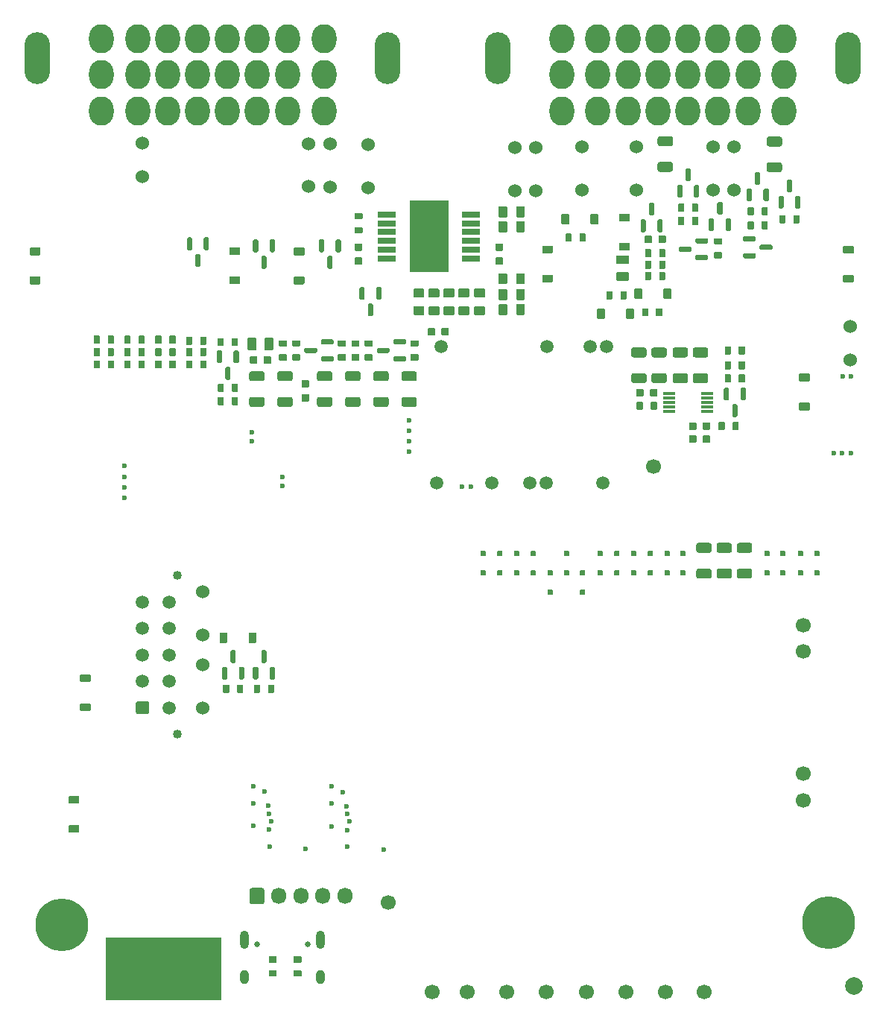
<source format=gbs>
G04 #@! TF.GenerationSoftware,KiCad,Pcbnew,7.0.9-7.0.9~ubuntu22.04.1*
G04 #@! TF.CreationDate,2023-12-11T02:13:34+00:00*
G04 #@! TF.ProjectId,alphax_4ch,616c7068-6178-45f3-9463-682e6b696361,i*
G04 #@! TF.SameCoordinates,PX141f5e0PYa2cace0*
G04 #@! TF.FileFunction,Soldermask,Bot*
G04 #@! TF.FilePolarity,Negative*
%FSLAX46Y46*%
G04 Gerber Fmt 4.6, Leading zero omitted, Abs format (unit mm)*
G04 Created by KiCad (PCBNEW 7.0.9-7.0.9~ubuntu22.04.1) date 2023-12-11 02:13:34*
%MOMM*%
%LPD*%
G01*
G04 APERTURE LIST*
%ADD10C,0.120000*%
%ADD11C,1.700000*%
%ADD12C,1.524000*%
%ADD13C,6.000000*%
%ADD14O,1.700000X1.850000*%
%ADD15O,2.900000X5.900000*%
%ADD16O,2.800000X3.300000*%
%ADD17C,0.650000*%
%ADD18O,1.000000X2.100000*%
%ADD19O,1.000000X1.600000*%
%ADD20C,1.020000*%
%ADD21C,1.500000*%
%ADD22C,0.600000*%
%ADD23C,0.599999*%
%ADD24R,2.000000X0.650000*%
%ADD25R,4.500000X8.100000*%
%ADD26R,1.400000X0.300000*%
%ADD27C,2.000000*%
G04 APERTURE END LIST*
G04 #@! TO.C,U4*
D10*
X22850000Y200000D02*
X9850000Y200000D01*
X9850000Y7200000D01*
X22850000Y7200000D01*
X22850000Y200000D01*
G36*
X22850000Y200000D02*
G01*
X9850000Y200000D01*
X9850000Y7200000D01*
X22850000Y7200000D01*
X22850000Y200000D01*
G37*
G04 #@! TD*
D11*
G04 #@! TO.C,P18*
X89100000Y39700000D03*
G04 #@! TD*
D12*
G04 #@! TO.C,F10*
X20840000Y33250000D03*
X20840000Y38150000D03*
G04 #@! TD*
D11*
G04 #@! TO.C,P23*
X59900000Y1000000D03*
G04 #@! TD*
D13*
G04 #@! TO.C,J8*
X4803000Y8619000D03*
G04 #@! TD*
G04 #@! TO.C,J5*
G36*
G01*
X26150000Y11225000D02*
X26150000Y12575000D01*
G75*
G02*
X26400000Y12825000I250000J0D01*
G01*
X27600000Y12825000D01*
G75*
G02*
X27850000Y12575000I0J-250000D01*
G01*
X27850000Y11225000D01*
G75*
G02*
X27600000Y10975000I-250000J0D01*
G01*
X26400000Y10975000D01*
G75*
G02*
X26150000Y11225000I0J250000D01*
G01*
G37*
D14*
X29500000Y11900000D03*
X32000000Y11900000D03*
X34500000Y11900000D03*
X37000000Y11900000D03*
G04 #@! TD*
D12*
G04 #@! TO.C,F4*
X63950000Y97000000D03*
X63950000Y92100000D03*
G04 #@! TD*
G04 #@! TO.C,R91*
X94400000Y72795000D03*
X94400000Y76605000D03*
G04 #@! TD*
D15*
G04 #@! TO.C,P2*
X2050000Y107100000D03*
X41850000Y107100000D03*
D16*
X9350000Y101100000D03*
X13450000Y101100000D03*
X16850000Y101100000D03*
X20250000Y101100000D03*
X23650000Y101100000D03*
X27050000Y101100000D03*
X30500000Y101100000D03*
X34600000Y101100000D03*
X9350000Y105250000D03*
X13450000Y105250000D03*
X16850000Y105250000D03*
X20250000Y105250000D03*
X23650000Y105250000D03*
X27050000Y105250000D03*
X30500000Y105250000D03*
X34600000Y105250000D03*
X9350000Y109300000D03*
X13450000Y109300000D03*
X16850000Y109300000D03*
X20250000Y109300000D03*
X23650000Y109300000D03*
X27050000Y109300000D03*
X30500000Y109300000D03*
X34600000Y109300000D03*
G04 #@! TD*
D11*
G04 #@! TO.C,P19*
X41900000Y11200000D03*
G04 #@! TD*
G04 #@! TO.C,P26*
X64400000Y1000000D03*
G04 #@! TD*
D17*
G04 #@! TO.C,J1*
X27010000Y6420000D03*
X32790000Y6420000D03*
D18*
X25580000Y6920000D03*
D19*
X25580000Y2740000D03*
D18*
X34220000Y6920000D03*
D19*
X34220000Y2740000D03*
G04 #@! TD*
D11*
G04 #@! TO.C,P16*
X89100000Y22800000D03*
G04 #@! TD*
G04 #@! TO.C,P21*
X50900000Y1000000D03*
G04 #@! TD*
G04 #@! TO.C,P24*
X46900000Y1000000D03*
G04 #@! TD*
G04 #@! TO.C,P28*
X77800000Y1000000D03*
G04 #@! TD*
D20*
G04 #@! TO.C,J6*
X17940000Y30300000D03*
X17940000Y48300000D03*
G36*
G01*
X14499999Y32550000D02*
X13500001Y32550000D01*
G75*
G02*
X13250000Y32800001I0J250001D01*
G01*
X13250000Y33799999D01*
G75*
G02*
X13500001Y34050000I250001J0D01*
G01*
X14499999Y34050000D01*
G75*
G02*
X14750000Y33799999I0J-250001D01*
G01*
X14750000Y32800001D01*
G75*
G02*
X14499999Y32550000I-250001J0D01*
G01*
G37*
D21*
X14000000Y36300000D03*
X14000000Y39300000D03*
X14000000Y42300000D03*
X14000000Y45300000D03*
X17000000Y33300000D03*
X17000000Y36300000D03*
X17000000Y39300000D03*
X17000000Y42300000D03*
X17000000Y45300000D03*
G04 #@! TD*
D11*
G04 #@! TO.C,P27*
X73400000Y1000000D03*
G04 #@! TD*
D21*
G04 #@! TO.C,M1*
X66300000Y58825005D03*
X59900003Y58825005D03*
X58000000Y58825005D03*
X53700000Y58825005D03*
D22*
X51300003Y58375006D03*
X50300002Y58375006D03*
D21*
X47450000Y58825005D03*
X66750002Y74325002D03*
X64900003Y74325002D03*
X59950000Y74325002D03*
X47900002Y74325002D03*
G04 #@! TD*
D22*
G04 #@! TO.C,M3*
X11975000Y59550000D03*
X11975000Y60750000D03*
X11975000Y58350000D03*
X11975000Y57150000D03*
X26400000Y63610000D03*
X26400000Y64610000D03*
G04 #@! TD*
D12*
G04 #@! TO.C,F7*
X32900000Y97399979D03*
X32900000Y92499979D03*
G04 #@! TD*
G04 #@! TO.C,R56*
X14000000Y93645000D03*
X14000000Y97455000D03*
G04 #@! TD*
G04 #@! TO.C,F1*
X81196000Y96995000D03*
X81196000Y92095000D03*
G04 #@! TD*
G04 #@! TO.C,F3*
X70100000Y97000000D03*
X70100000Y92100000D03*
G04 #@! TD*
D11*
G04 #@! TO.C,P22*
X55400000Y1000000D03*
G04 #@! TD*
D13*
G04 #@! TO.C,J7*
X91948000Y8873000D03*
G04 #@! TD*
D11*
G04 #@! TO.C,P20*
X89100000Y42700000D03*
G04 #@! TD*
D12*
G04 #@! TO.C,F8*
X39600000Y97299979D03*
X39600000Y92399979D03*
G04 #@! TD*
D11*
G04 #@! TO.C,P25*
X68900000Y1000000D03*
G04 #@! TD*
D22*
G04 #@! TO.C,M9*
X94474999Y62225000D03*
X93524999Y62225000D03*
X92575001Y62225000D03*
X93574999Y70925000D03*
X94474999Y70925000D03*
G04 #@! TD*
D23*
G04 #@! TO.C,M6*
X37285001Y19400014D03*
X35449991Y19825022D03*
X37499999Y20375019D03*
X37285004Y21249978D03*
X37209997Y22100001D03*
X35449991Y22425017D03*
X36759991Y23724984D03*
X35449991Y24375001D03*
X41375006Y17199998D03*
X37300000Y17500000D03*
G04 #@! TD*
D22*
G04 #@! TO.C,M8*
X44300000Y63587500D03*
X44300000Y62387500D03*
X44300000Y64787500D03*
X44300000Y65987500D03*
X29875000Y59527500D03*
X29875000Y58527500D03*
G04 #@! TD*
D12*
G04 #@! TO.C,F9*
X35350000Y97349979D03*
X35350000Y92449979D03*
G04 #@! TD*
D11*
G04 #@! TO.C,P17*
X89100000Y25800000D03*
G04 #@! TD*
D15*
G04 #@! TO.C,P1*
X54350000Y107100000D03*
X94150000Y107100000D03*
D16*
X61650000Y101100000D03*
X65750000Y101100000D03*
X69150000Y101100000D03*
X72550000Y101100000D03*
X75950000Y101100000D03*
X79350000Y101100000D03*
X82800000Y101100000D03*
X86900000Y101100000D03*
X61650000Y105250000D03*
X65750000Y105250000D03*
X69150000Y105250000D03*
X72550000Y105250000D03*
X75950000Y105250000D03*
X79350000Y105250000D03*
X82800000Y105250000D03*
X86900000Y105250000D03*
X61650000Y109300000D03*
X65750000Y109300000D03*
X69150000Y109300000D03*
X72550000Y109300000D03*
X75950000Y109300000D03*
X79350000Y109300000D03*
X82800000Y109300000D03*
X86900000Y109300000D03*
G04 #@! TD*
D12*
G04 #@! TO.C,F6*
X56300000Y96900000D03*
X56300000Y92000000D03*
G04 #@! TD*
D23*
G04 #@! TO.C,M2*
X28405111Y19436868D03*
X26570101Y19861876D03*
X28620109Y20411873D03*
X28405114Y21286832D03*
X28330107Y22136855D03*
X26570101Y22461871D03*
X27880101Y23761838D03*
X26570101Y24411855D03*
X32495116Y17236852D03*
X28420110Y17536854D03*
G04 #@! TD*
D11*
G04 #@! TO.C,P4*
X72100000Y60700000D03*
G04 #@! TD*
D12*
G04 #@! TO.C,F5*
X58650000Y96945000D03*
X58650000Y92045000D03*
G04 #@! TD*
G04 #@! TO.C,F11*
X20840000Y41550000D03*
X20840000Y46450000D03*
G04 #@! TD*
G04 #@! TO.C,F2*
X78800000Y97045000D03*
X78800000Y92145000D03*
G04 #@! TD*
G04 #@! TO.C,Q28*
G36*
G01*
X77100000Y91225000D02*
X76800000Y91225000D01*
G75*
G02*
X76650000Y91375000I0J150000D01*
G01*
X76650000Y92550000D01*
G75*
G02*
X76800000Y92700000I150000J0D01*
G01*
X77100000Y92700000D01*
G75*
G02*
X77250000Y92550000I0J-150000D01*
G01*
X77250000Y91375000D01*
G75*
G02*
X77100000Y91225000I-150000J0D01*
G01*
G37*
G36*
G01*
X76150000Y93100000D02*
X75850000Y93100000D01*
G75*
G02*
X75700000Y93250000I0J150000D01*
G01*
X75700000Y94425000D01*
G75*
G02*
X75850000Y94575000I150000J0D01*
G01*
X76150000Y94575000D01*
G75*
G02*
X76300000Y94425000I0J-150000D01*
G01*
X76300000Y93250000D01*
G75*
G02*
X76150000Y93100000I-150000J0D01*
G01*
G37*
G36*
G01*
X75200000Y91225000D02*
X74900000Y91225000D01*
G75*
G02*
X74750000Y91375000I0J150000D01*
G01*
X74750000Y92550000D01*
G75*
G02*
X74900000Y92700000I150000J0D01*
G01*
X75200000Y92700000D01*
G75*
G02*
X75350000Y92550000I0J-150000D01*
G01*
X75350000Y91375000D01*
G75*
G02*
X75200000Y91225000I-150000J0D01*
G01*
G37*
G04 #@! TD*
G04 #@! TO.C,R15*
G36*
G01*
X72450000Y67990000D02*
X72450000Y67210000D01*
G75*
G02*
X72380000Y67140000I-70000J0D01*
G01*
X71820000Y67140000D01*
G75*
G02*
X71750000Y67210000I0J70000D01*
G01*
X71750000Y67990000D01*
G75*
G02*
X71820000Y68060000I70000J0D01*
G01*
X72380000Y68060000D01*
G75*
G02*
X72450000Y67990000I0J-70000D01*
G01*
G37*
G36*
G01*
X70850000Y67990000D02*
X70850000Y67210000D01*
G75*
G02*
X70780000Y67140000I-70000J0D01*
G01*
X70220000Y67140000D01*
G75*
G02*
X70150000Y67210000I0J70000D01*
G01*
X70150000Y67990000D01*
G75*
G02*
X70220000Y68060000I70000J0D01*
G01*
X70780000Y68060000D01*
G75*
G02*
X70850000Y67990000I0J-70000D01*
G01*
G37*
G04 #@! TD*
G04 #@! TO.C,R1137*
G36*
G01*
X22550000Y74447500D02*
X22550000Y75227500D01*
G75*
G02*
X22620000Y75297500I70000J0D01*
G01*
X23180000Y75297500D01*
G75*
G02*
X23250000Y75227500I0J-70000D01*
G01*
X23250000Y74447500D01*
G75*
G02*
X23180000Y74377500I-70000J0D01*
G01*
X22620000Y74377500D01*
G75*
G02*
X22550000Y74447500I0J70000D01*
G01*
G37*
G36*
G01*
X24150000Y74447500D02*
X24150000Y75227500D01*
G75*
G02*
X24220000Y75297500I70000J0D01*
G01*
X24780000Y75297500D01*
G75*
G02*
X24850000Y75227500I0J-70000D01*
G01*
X24850000Y74447500D01*
G75*
G02*
X24780000Y74377500I-70000J0D01*
G01*
X24220000Y74377500D01*
G75*
G02*
X24150000Y74447500I0J70000D01*
G01*
G37*
G04 #@! TD*
G04 #@! TO.C,R8*
G36*
G01*
X38935290Y87190000D02*
X38155290Y87190000D01*
G75*
G02*
X38085290Y87260000I0J70000D01*
G01*
X38085290Y87820000D01*
G75*
G02*
X38155290Y87890000I70000J0D01*
G01*
X38935290Y87890000D01*
G75*
G02*
X39005290Y87820000I0J-70000D01*
G01*
X39005290Y87260000D01*
G75*
G02*
X38935290Y87190000I-70000J0D01*
G01*
G37*
G36*
G01*
X38935290Y88790000D02*
X38155290Y88790000D01*
G75*
G02*
X38085290Y88860000I0J70000D01*
G01*
X38085290Y89420000D01*
G75*
G02*
X38155290Y89490000I70000J0D01*
G01*
X38935290Y89490000D01*
G75*
G02*
X39005290Y89420000I0J-70000D01*
G01*
X39005290Y88860000D01*
G75*
G02*
X38935290Y88790000I-70000J0D01*
G01*
G37*
G04 #@! TD*
G04 #@! TO.C,C18*
G36*
G01*
X28625000Y73140000D02*
X28625000Y72460000D01*
G75*
G02*
X28540000Y72375000I-85000J0D01*
G01*
X27860000Y72375000D01*
G75*
G02*
X27775000Y72460000I0J85000D01*
G01*
X27775000Y73140000D01*
G75*
G02*
X27860000Y73225000I85000J0D01*
G01*
X28540000Y73225000D01*
G75*
G02*
X28625000Y73140000I0J-85000D01*
G01*
G37*
G36*
G01*
X27044998Y73140000D02*
X27044998Y72460000D01*
G75*
G02*
X26959998Y72375000I-85000J0D01*
G01*
X26279998Y72375000D01*
G75*
G02*
X26194998Y72460000I0J85000D01*
G01*
X26194998Y73140000D01*
G75*
G02*
X26279998Y73225000I85000J0D01*
G01*
X26959998Y73225000D01*
G75*
G02*
X27044998Y73140000I0J-85000D01*
G01*
G37*
G04 #@! TD*
G04 #@! TO.C,C48*
G36*
G01*
X57445290Y80765000D02*
X57445290Y79715000D01*
G75*
G02*
X57345290Y79615000I-100000J0D01*
G01*
X56545290Y79615000D01*
G75*
G02*
X56445290Y79715000I0J100000D01*
G01*
X56445290Y80765000D01*
G75*
G02*
X56545290Y80865000I100000J0D01*
G01*
X57345290Y80865000D01*
G75*
G02*
X57445290Y80765000I0J-100000D01*
G01*
G37*
G36*
G01*
X55445290Y80765000D02*
X55445290Y79715000D01*
G75*
G02*
X55345290Y79615000I-100000J0D01*
G01*
X54545290Y79615000D01*
G75*
G02*
X54445290Y79715000I0J100000D01*
G01*
X54445290Y80765000D01*
G75*
G02*
X54545290Y80865000I100000J0D01*
G01*
X55345290Y80865000D01*
G75*
G02*
X55445290Y80765000I0J-100000D01*
G01*
G37*
G04 #@! TD*
G04 #@! TO.C,R29*
G36*
G01*
X80150000Y70310000D02*
X80150000Y71090000D01*
G75*
G02*
X80220000Y71160000I70000J0D01*
G01*
X80780000Y71160000D01*
G75*
G02*
X80850000Y71090000I0J-70000D01*
G01*
X80850000Y70310000D01*
G75*
G02*
X80780000Y70240000I-70000J0D01*
G01*
X80220000Y70240000D01*
G75*
G02*
X80150000Y70310000I0J70000D01*
G01*
G37*
G36*
G01*
X81750000Y70310000D02*
X81750000Y71090000D01*
G75*
G02*
X81820000Y71160000I70000J0D01*
G01*
X82380000Y71160000D01*
G75*
G02*
X82450000Y71090000I0J-70000D01*
G01*
X82450000Y70310000D01*
G75*
G02*
X82380000Y70240000I-70000J0D01*
G01*
X81820000Y70240000D01*
G75*
G02*
X81750000Y70310000I0J70000D01*
G01*
G37*
G04 #@! TD*
G04 #@! TO.C,C3*
G36*
G01*
X38205290Y86055001D02*
X38885290Y86055001D01*
G75*
G02*
X38970290Y85970001I0J-85000D01*
G01*
X38970290Y85290001D01*
G75*
G02*
X38885290Y85205001I-85000J0D01*
G01*
X38205290Y85205001D01*
G75*
G02*
X38120290Y85290001I0J85000D01*
G01*
X38120290Y85970001D01*
G75*
G02*
X38205290Y86055001I85000J0D01*
G01*
G37*
G36*
G01*
X38205290Y84474999D02*
X38885290Y84474999D01*
G75*
G02*
X38970290Y84389999I0J-85000D01*
G01*
X38970290Y83709999D01*
G75*
G02*
X38885290Y83624999I-85000J0D01*
G01*
X38205290Y83624999D01*
G75*
G02*
X38120290Y83709999I0J85000D01*
G01*
X38120290Y84389999D01*
G75*
G02*
X38205290Y84474999I85000J0D01*
G01*
G37*
G04 #@! TD*
G04 #@! TO.C,D46*
G36*
G01*
X56800000Y48840000D02*
X56800000Y48360000D01*
G75*
G02*
X56740000Y48300000I-60000J0D01*
G01*
X56260000Y48300000D01*
G75*
G02*
X56200000Y48360000I0J60000D01*
G01*
X56200000Y48840000D01*
G75*
G02*
X56260000Y48900000I60000J0D01*
G01*
X56740000Y48900000D01*
G75*
G02*
X56800000Y48840000I0J-60000D01*
G01*
G37*
G36*
G01*
X56800000Y51040000D02*
X56800000Y50560000D01*
G75*
G02*
X56740000Y50500000I-60000J0D01*
G01*
X56260000Y50500000D01*
G75*
G02*
X56200000Y50560000I0J60000D01*
G01*
X56200000Y51040000D01*
G75*
G02*
X56260000Y51100000I60000J0D01*
G01*
X56740000Y51100000D01*
G75*
G02*
X56800000Y51040000I0J-60000D01*
G01*
G37*
G04 #@! TD*
G04 #@! TO.C,R87*
G36*
G01*
X11950000Y71910000D02*
X11950000Y72690000D01*
G75*
G02*
X12020000Y72760000I70000J0D01*
G01*
X12580000Y72760000D01*
G75*
G02*
X12650000Y72690000I0J-70000D01*
G01*
X12650000Y71910000D01*
G75*
G02*
X12580000Y71840000I-70000J0D01*
G01*
X12020000Y71840000D01*
G75*
G02*
X11950000Y71910000I0J70000D01*
G01*
G37*
G36*
G01*
X13550000Y71910000D02*
X13550000Y72690000D01*
G75*
G02*
X13620000Y72760000I70000J0D01*
G01*
X14180000Y72760000D01*
G75*
G02*
X14250000Y72690000I0J-70000D01*
G01*
X14250000Y71910000D01*
G75*
G02*
X14180000Y71840000I-70000J0D01*
G01*
X13620000Y71840000D01*
G75*
G02*
X13550000Y71910000I0J70000D01*
G01*
G37*
G04 #@! TD*
G04 #@! TO.C,R82*
G36*
G01*
X11950000Y74710000D02*
X11950000Y75490000D01*
G75*
G02*
X12020000Y75560000I70000J0D01*
G01*
X12580000Y75560000D01*
G75*
G02*
X12650000Y75490000I0J-70000D01*
G01*
X12650000Y74710000D01*
G75*
G02*
X12580000Y74640000I-70000J0D01*
G01*
X12020000Y74640000D01*
G75*
G02*
X11950000Y74710000I0J70000D01*
G01*
G37*
G36*
G01*
X13550000Y74710000D02*
X13550000Y75490000D01*
G75*
G02*
X13620000Y75560000I70000J0D01*
G01*
X14180000Y75560000D01*
G75*
G02*
X14250000Y75490000I0J-70000D01*
G01*
X14250000Y74710000D01*
G75*
G02*
X14180000Y74640000I-70000J0D01*
G01*
X13620000Y74640000D01*
G75*
G02*
X13550000Y74710000I0J70000D01*
G01*
G37*
G04 #@! TD*
G04 #@! TO.C,C7*
G36*
G01*
X76084999Y63460000D02*
X76084999Y64140000D01*
G75*
G02*
X76169999Y64225000I85000J0D01*
G01*
X76849999Y64225000D01*
G75*
G02*
X76934999Y64140000I0J-85000D01*
G01*
X76934999Y63460000D01*
G75*
G02*
X76849999Y63375000I-85000J0D01*
G01*
X76169999Y63375000D01*
G75*
G02*
X76084999Y63460000I0J85000D01*
G01*
G37*
G36*
G01*
X77665001Y63460000D02*
X77665001Y64140000D01*
G75*
G02*
X77750001Y64225000I85000J0D01*
G01*
X78430001Y64225000D01*
G75*
G02*
X78515001Y64140000I0J-85000D01*
G01*
X78515001Y63460000D01*
G75*
G02*
X78430001Y63375000I-85000J0D01*
G01*
X77750001Y63375000D01*
G75*
G02*
X77665001Y63460000I0J85000D01*
G01*
G37*
G04 #@! TD*
G04 #@! TO.C,D49*
G36*
G01*
X69900000Y79815000D02*
X69900000Y80835000D01*
G75*
G02*
X69990000Y80925000I90000J0D01*
G01*
X70710000Y80925000D01*
G75*
G02*
X70800000Y80835000I0J-90000D01*
G01*
X70800000Y79815000D01*
G75*
G02*
X70710000Y79725000I-90000J0D01*
G01*
X69990000Y79725000D01*
G75*
G02*
X69900000Y79815000I0J90000D01*
G01*
G37*
G36*
G01*
X73200000Y79815000D02*
X73200000Y80835000D01*
G75*
G02*
X73290000Y80925000I90000J0D01*
G01*
X74010000Y80925000D01*
G75*
G02*
X74100000Y80835000I0J-90000D01*
G01*
X74100000Y79815000D01*
G75*
G02*
X74010000Y79725000I-90000J0D01*
G01*
X73290000Y79725000D01*
G75*
G02*
X73200000Y79815000I0J90000D01*
G01*
G37*
G04 #@! TD*
G04 #@! TO.C,C20*
G36*
G01*
X48815001Y76340000D02*
X48815001Y75660000D01*
G75*
G02*
X48730001Y75575000I-85000J0D01*
G01*
X48050001Y75575000D01*
G75*
G02*
X47965001Y75660000I0J85000D01*
G01*
X47965001Y76340000D01*
G75*
G02*
X48050001Y76425000I85000J0D01*
G01*
X48730001Y76425000D01*
G75*
G02*
X48815001Y76340000I0J-85000D01*
G01*
G37*
G36*
G01*
X47234999Y76340000D02*
X47234999Y75660000D01*
G75*
G02*
X47149999Y75575000I-85000J0D01*
G01*
X46469999Y75575000D01*
G75*
G02*
X46384999Y75660000I0J85000D01*
G01*
X46384999Y76340000D01*
G75*
G02*
X46469999Y76425000I85000J0D01*
G01*
X47149999Y76425000D01*
G75*
G02*
X47234999Y76340000I0J-85000D01*
G01*
G37*
G04 #@! TD*
G04 #@! TO.C,D1*
G36*
G01*
X60000000Y48360000D02*
X60000000Y48840000D01*
G75*
G02*
X60060000Y48900000I60000J0D01*
G01*
X60540000Y48900000D01*
G75*
G02*
X60600000Y48840000I0J-60000D01*
G01*
X60600000Y48360000D01*
G75*
G02*
X60540000Y48300000I-60000J0D01*
G01*
X60060000Y48300000D01*
G75*
G02*
X60000000Y48360000I0J60000D01*
G01*
G37*
G36*
G01*
X60000000Y46160000D02*
X60000000Y46640000D01*
G75*
G02*
X60060000Y46700000I60000J0D01*
G01*
X60540000Y46700000D01*
G75*
G02*
X60600000Y46640000I0J-60000D01*
G01*
X60600000Y46160000D01*
G75*
G02*
X60540000Y46100000I-60000J0D01*
G01*
X60060000Y46100000D01*
G75*
G02*
X60000000Y46160000I0J60000D01*
G01*
G37*
G04 #@! TD*
G04 #@! TO.C,R21*
G36*
G01*
X83025000Y47975000D02*
X81775000Y47975000D01*
G75*
G02*
X81525000Y48225000I0J250000D01*
G01*
X81525000Y48850000D01*
G75*
G02*
X81775000Y49100000I250000J0D01*
G01*
X83025000Y49100000D01*
G75*
G02*
X83275000Y48850000I0J-250000D01*
G01*
X83275000Y48225000D01*
G75*
G02*
X83025000Y47975000I-250000J0D01*
G01*
G37*
G36*
G01*
X83025000Y50900000D02*
X81775000Y50900000D01*
G75*
G02*
X81525000Y51150000I0J250000D01*
G01*
X81525000Y51775000D01*
G75*
G02*
X81775000Y52025000I250000J0D01*
G01*
X83025000Y52025000D01*
G75*
G02*
X83275000Y51775000I0J-250000D01*
G01*
X83275000Y51150000D01*
G75*
G02*
X83025000Y50900000I-250000J0D01*
G01*
G37*
G04 #@! TD*
G04 #@! TO.C,C1*
G36*
G01*
X54885290Y83624999D02*
X54205290Y83624999D01*
G75*
G02*
X54120290Y83709999I0J85000D01*
G01*
X54120290Y84389999D01*
G75*
G02*
X54205290Y84474999I85000J0D01*
G01*
X54885290Y84474999D01*
G75*
G02*
X54970290Y84389999I0J-85000D01*
G01*
X54970290Y83709999D01*
G75*
G02*
X54885290Y83624999I-85000J0D01*
G01*
G37*
G36*
G01*
X54885290Y85205001D02*
X54205290Y85205001D01*
G75*
G02*
X54120290Y85290001I0J85000D01*
G01*
X54120290Y85970001D01*
G75*
G02*
X54205290Y86055001I85000J0D01*
G01*
X54885290Y86055001D01*
G75*
G02*
X54970290Y85970001I0J-85000D01*
G01*
X54970290Y85290001D01*
G75*
G02*
X54885290Y85205001I-85000J0D01*
G01*
G37*
G04 #@! TD*
G04 #@! TO.C,D23*
G36*
G01*
X19200000Y86737500D02*
X19500000Y86737500D01*
G75*
G02*
X19650000Y86587500I0J-150000D01*
G01*
X19650000Y85412500D01*
G75*
G02*
X19500000Y85262500I-150000J0D01*
G01*
X19200000Y85262500D01*
G75*
G02*
X19050000Y85412500I0J150000D01*
G01*
X19050000Y86587500D01*
G75*
G02*
X19200000Y86737500I150000J0D01*
G01*
G37*
G36*
G01*
X21100000Y86737500D02*
X21400000Y86737500D01*
G75*
G02*
X21550000Y86587500I0J-150000D01*
G01*
X21550000Y85412500D01*
G75*
G02*
X21400000Y85262500I-150000J0D01*
G01*
X21100000Y85262500D01*
G75*
G02*
X20950000Y85412500I0J150000D01*
G01*
X20950000Y86587500D01*
G75*
G02*
X21100000Y86737500I150000J0D01*
G01*
G37*
G36*
G01*
X20150000Y84862500D02*
X20450000Y84862500D01*
G75*
G02*
X20600000Y84712500I0J-150000D01*
G01*
X20600000Y83537500D01*
G75*
G02*
X20450000Y83387500I-150000J0D01*
G01*
X20150000Y83387500D01*
G75*
G02*
X20000000Y83537500I0J150000D01*
G01*
X20000000Y84712500D01*
G75*
G02*
X20150000Y84862500I150000J0D01*
G01*
G37*
G04 #@! TD*
G04 #@! TO.C,R55*
G36*
G01*
X86350000Y88410000D02*
X86350000Y89190000D01*
G75*
G02*
X86420000Y89260000I70000J0D01*
G01*
X86980000Y89260000D01*
G75*
G02*
X87050000Y89190000I0J-70000D01*
G01*
X87050000Y88410000D01*
G75*
G02*
X86980000Y88340000I-70000J0D01*
G01*
X86420000Y88340000D01*
G75*
G02*
X86350000Y88410000I0J70000D01*
G01*
G37*
G36*
G01*
X87950000Y88410000D02*
X87950000Y89190000D01*
G75*
G02*
X88020000Y89260000I70000J0D01*
G01*
X88580000Y89260000D01*
G75*
G02*
X88650000Y89190000I0J-70000D01*
G01*
X88650000Y88410000D01*
G75*
G02*
X88580000Y88340000I-70000J0D01*
G01*
X88020000Y88340000D01*
G75*
G02*
X87950000Y88410000I0J70000D01*
G01*
G37*
G04 #@! TD*
G04 #@! TO.C,R11*
G36*
G01*
X73325000Y70175000D02*
X72075000Y70175000D01*
G75*
G02*
X71825000Y70425000I0J250000D01*
G01*
X71825000Y71050000D01*
G75*
G02*
X72075000Y71300000I250000J0D01*
G01*
X73325000Y71300000D01*
G75*
G02*
X73575000Y71050000I0J-250000D01*
G01*
X73575000Y70425000D01*
G75*
G02*
X73325000Y70175000I-250000J0D01*
G01*
G37*
G36*
G01*
X73325000Y73100000D02*
X72075000Y73100000D01*
G75*
G02*
X71825000Y73350000I0J250000D01*
G01*
X71825000Y73975000D01*
G75*
G02*
X72075000Y74225000I250000J0D01*
G01*
X73325000Y74225000D01*
G75*
G02*
X73575000Y73975000I0J-250000D01*
G01*
X73575000Y73350000D01*
G75*
G02*
X73325000Y73100000I-250000J0D01*
G01*
G37*
G04 #@! TD*
G04 #@! TO.C,D6*
G36*
G01*
X87037495Y48841499D02*
X87037495Y48361499D01*
G75*
G02*
X86977495Y48301499I-60000J0D01*
G01*
X86497495Y48301499D01*
G75*
G02*
X86437495Y48361499I0J60000D01*
G01*
X86437495Y48841499D01*
G75*
G02*
X86497495Y48901499I60000J0D01*
G01*
X86977495Y48901499D01*
G75*
G02*
X87037495Y48841499I0J-60000D01*
G01*
G37*
G36*
G01*
X87037495Y51041499D02*
X87037495Y50561499D01*
G75*
G02*
X86977495Y50501499I-60000J0D01*
G01*
X86497495Y50501499D01*
G75*
G02*
X86437495Y50561499I0J60000D01*
G01*
X86437495Y51041499D01*
G75*
G02*
X86497495Y51101499I60000J0D01*
G01*
X86977495Y51101499D01*
G75*
G02*
X87037495Y51041499I0J-60000D01*
G01*
G37*
G04 #@! TD*
G04 #@! TO.C,Q1*
G36*
G01*
X43975000Y75000000D02*
X43975000Y74700000D01*
G75*
G02*
X43825000Y74550000I-150000J0D01*
G01*
X42650000Y74550000D01*
G75*
G02*
X42500000Y74700000I0J150000D01*
G01*
X42500000Y75000000D01*
G75*
G02*
X42650000Y75150000I150000J0D01*
G01*
X43825000Y75150000D01*
G75*
G02*
X43975000Y75000000I0J-150000D01*
G01*
G37*
G36*
G01*
X42100000Y74050000D02*
X42100000Y73750000D01*
G75*
G02*
X41950000Y73600000I-150000J0D01*
G01*
X40775000Y73600000D01*
G75*
G02*
X40625000Y73750000I0J150000D01*
G01*
X40625000Y74050000D01*
G75*
G02*
X40775000Y74200000I150000J0D01*
G01*
X41950000Y74200000D01*
G75*
G02*
X42100000Y74050000I0J-150000D01*
G01*
G37*
G36*
G01*
X43975000Y73100000D02*
X43975000Y72800000D01*
G75*
G02*
X43825000Y72650000I-150000J0D01*
G01*
X42650000Y72650000D01*
G75*
G02*
X42500000Y72800000I0J150000D01*
G01*
X42500000Y73100000D01*
G75*
G02*
X42650000Y73250000I150000J0D01*
G01*
X43825000Y73250000D01*
G75*
G02*
X43975000Y73100000I0J-150000D01*
G01*
G37*
G04 #@! TD*
G04 #@! TO.C,R24*
G36*
G01*
X38525000Y67475000D02*
X37275000Y67475000D01*
G75*
G02*
X37025000Y67725000I0J250000D01*
G01*
X37025000Y68350000D01*
G75*
G02*
X37275000Y68600000I250000J0D01*
G01*
X38525000Y68600000D01*
G75*
G02*
X38775000Y68350000I0J-250000D01*
G01*
X38775000Y67725000D01*
G75*
G02*
X38525000Y67475000I-250000J0D01*
G01*
G37*
G36*
G01*
X38525000Y70400000D02*
X37275000Y70400000D01*
G75*
G02*
X37025000Y70650000I0J250000D01*
G01*
X37025000Y71275000D01*
G75*
G02*
X37275000Y71525000I250000J0D01*
G01*
X38525000Y71525000D01*
G75*
G02*
X38775000Y71275000I0J-250000D01*
G01*
X38775000Y70650000D01*
G75*
G02*
X38525000Y70400000I-250000J0D01*
G01*
G37*
G04 #@! TD*
G04 #@! TO.C,Q19*
G36*
G01*
X85000000Y90825000D02*
X84700000Y90825000D01*
G75*
G02*
X84550000Y90975000I0J150000D01*
G01*
X84550000Y92150000D01*
G75*
G02*
X84700000Y92300000I150000J0D01*
G01*
X85000000Y92300000D01*
G75*
G02*
X85150000Y92150000I0J-150000D01*
G01*
X85150000Y90975000D01*
G75*
G02*
X85000000Y90825000I-150000J0D01*
G01*
G37*
G36*
G01*
X84050000Y92700000D02*
X83750000Y92700000D01*
G75*
G02*
X83600000Y92850000I0J150000D01*
G01*
X83600000Y94025000D01*
G75*
G02*
X83750000Y94175000I150000J0D01*
G01*
X84050000Y94175000D01*
G75*
G02*
X84200000Y94025000I0J-150000D01*
G01*
X84200000Y92850000D01*
G75*
G02*
X84050000Y92700000I-150000J0D01*
G01*
G37*
G36*
G01*
X83100000Y90825000D02*
X82800000Y90825000D01*
G75*
G02*
X82650000Y90975000I0J150000D01*
G01*
X82650000Y92150000D01*
G75*
G02*
X82800000Y92300000I150000J0D01*
G01*
X83100000Y92300000D01*
G75*
G02*
X83250000Y92150000I0J-150000D01*
G01*
X83250000Y90975000D01*
G75*
G02*
X83100000Y90825000I-150000J0D01*
G01*
G37*
G04 #@! TD*
G04 #@! TO.C,R38*
G36*
G01*
X23150000Y35067581D02*
X23150000Y35847581D01*
G75*
G02*
X23220000Y35917581I70000J0D01*
G01*
X23780000Y35917581D01*
G75*
G02*
X23850000Y35847581I0J-70000D01*
G01*
X23850000Y35067581D01*
G75*
G02*
X23780000Y34997581I-70000J0D01*
G01*
X23220000Y34997581D01*
G75*
G02*
X23150000Y35067581I0J70000D01*
G01*
G37*
G36*
G01*
X24750000Y35067581D02*
X24750000Y35847581D01*
G75*
G02*
X24820000Y35917581I70000J0D01*
G01*
X25380000Y35917581D01*
G75*
G02*
X25450000Y35847581I0J-70000D01*
G01*
X25450000Y35067581D01*
G75*
G02*
X25380000Y34997581I-70000J0D01*
G01*
X24820000Y34997581D01*
G75*
G02*
X24750000Y35067581I0J70000D01*
G01*
G37*
G04 #@! TD*
G04 #@! TO.C,D68*
G36*
G01*
X6730000Y19100000D02*
X5710000Y19100000D01*
G75*
G02*
X5620000Y19190000I0J90000D01*
G01*
X5620000Y19910000D01*
G75*
G02*
X5710000Y20000000I90000J0D01*
G01*
X6730000Y20000000D01*
G75*
G02*
X6820000Y19910000I0J-90000D01*
G01*
X6820000Y19190000D01*
G75*
G02*
X6730000Y19100000I-90000J0D01*
G01*
G37*
G36*
G01*
X6730000Y22400000D02*
X5710000Y22400000D01*
G75*
G02*
X5620000Y22490000I0J90000D01*
G01*
X5620000Y23210000D01*
G75*
G02*
X5710000Y23300000I90000J0D01*
G01*
X6730000Y23300000D01*
G75*
G02*
X6820000Y23210000I0J-90000D01*
G01*
X6820000Y22490000D01*
G75*
G02*
X6730000Y22400000I-90000J0D01*
G01*
G37*
G04 #@! TD*
G04 #@! TO.C,D22*
G36*
G01*
X58687498Y48841498D02*
X58687498Y48361498D01*
G75*
G02*
X58627498Y48301498I-60000J0D01*
G01*
X58147498Y48301498D01*
G75*
G02*
X58087498Y48361498I0J60000D01*
G01*
X58087498Y48841498D01*
G75*
G02*
X58147498Y48901498I60000J0D01*
G01*
X58627498Y48901498D01*
G75*
G02*
X58687498Y48841498I0J-60000D01*
G01*
G37*
G36*
G01*
X58687498Y51041498D02*
X58687498Y50561498D01*
G75*
G02*
X58627498Y50501498I-60000J0D01*
G01*
X58147498Y50501498D01*
G75*
G02*
X58087498Y50561498I0J60000D01*
G01*
X58087498Y51041498D01*
G75*
G02*
X58147498Y51101498I60000J0D01*
G01*
X58627498Y51101498D01*
G75*
G02*
X58687498Y51041498I0J-60000D01*
G01*
G37*
G04 #@! TD*
G04 #@! TO.C,R1112*
G36*
G01*
X70750000Y77835000D02*
X70750000Y78615000D01*
G75*
G02*
X70820000Y78685000I70000J0D01*
G01*
X71380000Y78685000D01*
G75*
G02*
X71450000Y78615000I0J-70000D01*
G01*
X71450000Y77835000D01*
G75*
G02*
X71380000Y77765000I-70000J0D01*
G01*
X70820000Y77765000D01*
G75*
G02*
X70750000Y77835000I0J70000D01*
G01*
G37*
G36*
G01*
X72350000Y77835000D02*
X72350000Y78615000D01*
G75*
G02*
X72420000Y78685000I70000J0D01*
G01*
X72980000Y78685000D01*
G75*
G02*
X73050000Y78615000I0J-70000D01*
G01*
X73050000Y77835000D01*
G75*
G02*
X72980000Y77765000I-70000J0D01*
G01*
X72420000Y77765000D01*
G75*
G02*
X72350000Y77835000I0J70000D01*
G01*
G37*
G04 #@! TD*
G04 #@! TO.C,R32*
G36*
G01*
X82450000Y72590000D02*
X82450000Y71810000D01*
G75*
G02*
X82380000Y71740000I-70000J0D01*
G01*
X81820000Y71740000D01*
G75*
G02*
X81750000Y71810000I0J70000D01*
G01*
X81750000Y72590000D01*
G75*
G02*
X81820000Y72660000I70000J0D01*
G01*
X82380000Y72660000D01*
G75*
G02*
X82450000Y72590000I0J-70000D01*
G01*
G37*
G36*
G01*
X80850000Y72590000D02*
X80850000Y71810000D01*
G75*
G02*
X80780000Y71740000I-70000J0D01*
G01*
X80220000Y71740000D01*
G75*
G02*
X80150000Y71810000I0J70000D01*
G01*
X80150000Y72590000D01*
G75*
G02*
X80220000Y72660000I70000J0D01*
G01*
X80780000Y72660000D01*
G75*
G02*
X80850000Y72590000I0J-70000D01*
G01*
G37*
G04 #@! TD*
G04 #@! TO.C,C6*
G36*
G01*
X76084999Y64960000D02*
X76084999Y65640000D01*
G75*
G02*
X76169999Y65725000I85000J0D01*
G01*
X76849999Y65725000D01*
G75*
G02*
X76934999Y65640000I0J-85000D01*
G01*
X76934999Y64960000D01*
G75*
G02*
X76849999Y64875000I-85000J0D01*
G01*
X76169999Y64875000D01*
G75*
G02*
X76084999Y64960000I0J85000D01*
G01*
G37*
G36*
G01*
X77665001Y64960000D02*
X77665001Y65640000D01*
G75*
G02*
X77750001Y65725000I85000J0D01*
G01*
X78430001Y65725000D01*
G75*
G02*
X78515001Y65640000I0J-85000D01*
G01*
X78515001Y64960000D01*
G75*
G02*
X78430001Y64875000I-85000J0D01*
G01*
X77750001Y64875000D01*
G75*
G02*
X77665001Y64960000I0J85000D01*
G01*
G37*
G04 #@! TD*
G04 #@! TO.C,D65*
G36*
G01*
X89715000Y67075000D02*
X88695000Y67075000D01*
G75*
G02*
X88605000Y67165000I0J90000D01*
G01*
X88605000Y67885000D01*
G75*
G02*
X88695000Y67975000I90000J0D01*
G01*
X89715000Y67975000D01*
G75*
G02*
X89805000Y67885000I0J-90000D01*
G01*
X89805000Y67165000D01*
G75*
G02*
X89715000Y67075000I-90000J0D01*
G01*
G37*
G36*
G01*
X89715000Y70375000D02*
X88695000Y70375000D01*
G75*
G02*
X88605000Y70465000I0J90000D01*
G01*
X88605000Y71185000D01*
G75*
G02*
X88695000Y71275000I90000J0D01*
G01*
X89715000Y71275000D01*
G75*
G02*
X89805000Y71185000I0J-90000D01*
G01*
X89805000Y70465000D01*
G75*
G02*
X89715000Y70375000I-90000J0D01*
G01*
G37*
G04 #@! TD*
G04 #@! TO.C,D42*
G36*
G01*
X72000000Y48840000D02*
X72000000Y48360000D01*
G75*
G02*
X71940000Y48300000I-60000J0D01*
G01*
X71460000Y48300000D01*
G75*
G02*
X71400000Y48360000I0J60000D01*
G01*
X71400000Y48840000D01*
G75*
G02*
X71460000Y48900000I60000J0D01*
G01*
X71940000Y48900000D01*
G75*
G02*
X72000000Y48840000I0J-60000D01*
G01*
G37*
G36*
G01*
X72000000Y51040000D02*
X72000000Y50560000D01*
G75*
G02*
X71940000Y50500000I-60000J0D01*
G01*
X71460000Y50500000D01*
G75*
G02*
X71400000Y50560000I0J60000D01*
G01*
X71400000Y51040000D01*
G75*
G02*
X71460000Y51100000I60000J0D01*
G01*
X71940000Y51100000D01*
G75*
G02*
X72000000Y51040000I0J-60000D01*
G01*
G37*
G04 #@! TD*
G04 #@! TO.C,C4*
G36*
G01*
X72515001Y69440000D02*
X72515001Y68760000D01*
G75*
G02*
X72430001Y68675000I-85000J0D01*
G01*
X71750001Y68675000D01*
G75*
G02*
X71665001Y68760000I0J85000D01*
G01*
X71665001Y69440000D01*
G75*
G02*
X71750001Y69525000I85000J0D01*
G01*
X72430001Y69525000D01*
G75*
G02*
X72515001Y69440000I0J-85000D01*
G01*
G37*
G36*
G01*
X70934999Y69440000D02*
X70934999Y68760000D01*
G75*
G02*
X70849999Y68675000I-85000J0D01*
G01*
X70169999Y68675000D01*
G75*
G02*
X70084999Y68760000I0J85000D01*
G01*
X70084999Y69440000D01*
G75*
G02*
X70169999Y69525000I85000J0D01*
G01*
X70849999Y69525000D01*
G75*
G02*
X70934999Y69440000I0J-85000D01*
G01*
G37*
G04 #@! TD*
G04 #@! TO.C,R88*
G36*
G01*
X15450000Y71910000D02*
X15450000Y72690000D01*
G75*
G02*
X15520000Y72760000I70000J0D01*
G01*
X16080000Y72760000D01*
G75*
G02*
X16150000Y72690000I0J-70000D01*
G01*
X16150000Y71910000D01*
G75*
G02*
X16080000Y71840000I-70000J0D01*
G01*
X15520000Y71840000D01*
G75*
G02*
X15450000Y71910000I0J70000D01*
G01*
G37*
G36*
G01*
X17050000Y71910000D02*
X17050000Y72690000D01*
G75*
G02*
X17120000Y72760000I70000J0D01*
G01*
X17680000Y72760000D01*
G75*
G02*
X17750000Y72690000I0J-70000D01*
G01*
X17750000Y71910000D01*
G75*
G02*
X17680000Y71840000I-70000J0D01*
G01*
X17120000Y71840000D01*
G75*
G02*
X17050000Y71910000I0J70000D01*
G01*
G37*
G04 #@! TD*
G04 #@! TO.C,Q3*
G36*
G01*
X35737500Y75000000D02*
X35737500Y74700000D01*
G75*
G02*
X35587500Y74550000I-150000J0D01*
G01*
X34412500Y74550000D01*
G75*
G02*
X34262500Y74700000I0J150000D01*
G01*
X34262500Y75000000D01*
G75*
G02*
X34412500Y75150000I150000J0D01*
G01*
X35587500Y75150000D01*
G75*
G02*
X35737500Y75000000I0J-150000D01*
G01*
G37*
G36*
G01*
X33862500Y74050000D02*
X33862500Y73750000D01*
G75*
G02*
X33712500Y73600000I-150000J0D01*
G01*
X32537500Y73600000D01*
G75*
G02*
X32387500Y73750000I0J150000D01*
G01*
X32387500Y74050000D01*
G75*
G02*
X32537500Y74200000I150000J0D01*
G01*
X33712500Y74200000D01*
G75*
G02*
X33862500Y74050000I0J-150000D01*
G01*
G37*
G36*
G01*
X35737500Y73100000D02*
X35737500Y72800000D01*
G75*
G02*
X35587500Y72650000I-150000J0D01*
G01*
X34412500Y72650000D01*
G75*
G02*
X34262500Y72800000I0J150000D01*
G01*
X34262500Y73100000D01*
G75*
G02*
X34412500Y73250000I150000J0D01*
G01*
X35587500Y73250000D01*
G75*
G02*
X35737500Y73100000I0J-150000D01*
G01*
G37*
G04 #@! TD*
G04 #@! TO.C,R1127*
G36*
G01*
X38590000Y72750000D02*
X37810000Y72750000D01*
G75*
G02*
X37740000Y72820000I0J70000D01*
G01*
X37740000Y73380000D01*
G75*
G02*
X37810000Y73450000I70000J0D01*
G01*
X38590000Y73450000D01*
G75*
G02*
X38660000Y73380000I0J-70000D01*
G01*
X38660000Y72820000D01*
G75*
G02*
X38590000Y72750000I-70000J0D01*
G01*
G37*
G36*
G01*
X38590000Y74350000D02*
X37810000Y74350000D01*
G75*
G02*
X37740000Y74420000I0J70000D01*
G01*
X37740000Y74980000D01*
G75*
G02*
X37810000Y75050000I70000J0D01*
G01*
X38590000Y75050000D01*
G75*
G02*
X38660000Y74980000I0J-70000D01*
G01*
X38660000Y74420000D01*
G75*
G02*
X38590000Y74350000I-70000J0D01*
G01*
G37*
G04 #@! TD*
G04 #@! TO.C,R34*
G36*
G01*
X74025000Y94175000D02*
X72775000Y94175000D01*
G75*
G02*
X72525000Y94425000I0J250000D01*
G01*
X72525000Y95050000D01*
G75*
G02*
X72775000Y95300000I250000J0D01*
G01*
X74025000Y95300000D01*
G75*
G02*
X74275000Y95050000I0J-250000D01*
G01*
X74275000Y94425000D01*
G75*
G02*
X74025000Y94175000I-250000J0D01*
G01*
G37*
G36*
G01*
X74025000Y97100000D02*
X72775000Y97100000D01*
G75*
G02*
X72525000Y97350000I0J250000D01*
G01*
X72525000Y97975000D01*
G75*
G02*
X72775000Y98225000I250000J0D01*
G01*
X74025000Y98225000D01*
G75*
G02*
X74275000Y97975000I0J-250000D01*
G01*
X74275000Y97350000D01*
G75*
G02*
X74025000Y97100000I-250000J0D01*
G01*
G37*
G04 #@! TD*
G04 #@! TO.C,R41*
G36*
G01*
X45290000Y72750000D02*
X44510000Y72750000D01*
G75*
G02*
X44440000Y72820000I0J70000D01*
G01*
X44440000Y73380000D01*
G75*
G02*
X44510000Y73450000I70000J0D01*
G01*
X45290000Y73450000D01*
G75*
G02*
X45360000Y73380000I0J-70000D01*
G01*
X45360000Y72820000D01*
G75*
G02*
X45290000Y72750000I-70000J0D01*
G01*
G37*
G36*
G01*
X45290000Y74350000D02*
X44510000Y74350000D01*
G75*
G02*
X44440000Y74420000I0J70000D01*
G01*
X44440000Y74980000D01*
G75*
G02*
X44510000Y75050000I70000J0D01*
G01*
X45290000Y75050000D01*
G75*
G02*
X45360000Y74980000I0J-70000D01*
G01*
X45360000Y74420000D01*
G75*
G02*
X45290000Y74350000I-70000J0D01*
G01*
G37*
G04 #@! TD*
G04 #@! TO.C,Q29*
G36*
G01*
X88600000Y89987500D02*
X88300000Y89987500D01*
G75*
G02*
X88150000Y90137500I0J150000D01*
G01*
X88150000Y91312500D01*
G75*
G02*
X88300000Y91462500I150000J0D01*
G01*
X88600000Y91462500D01*
G75*
G02*
X88750000Y91312500I0J-150000D01*
G01*
X88750000Y90137500D01*
G75*
G02*
X88600000Y89987500I-150000J0D01*
G01*
G37*
G36*
G01*
X87650000Y91862500D02*
X87350000Y91862500D01*
G75*
G02*
X87200000Y92012500I0J150000D01*
G01*
X87200000Y93187500D01*
G75*
G02*
X87350000Y93337500I150000J0D01*
G01*
X87650000Y93337500D01*
G75*
G02*
X87800000Y93187500I0J-150000D01*
G01*
X87800000Y92012500D01*
G75*
G02*
X87650000Y91862500I-150000J0D01*
G01*
G37*
G36*
G01*
X86700000Y89987500D02*
X86400000Y89987500D01*
G75*
G02*
X86250000Y90137500I0J150000D01*
G01*
X86250000Y91312500D01*
G75*
G02*
X86400000Y91462500I150000J0D01*
G01*
X86700000Y91462500D01*
G75*
G02*
X86850000Y91312500I0J-150000D01*
G01*
X86850000Y90137500D01*
G75*
G02*
X86700000Y89987500I-150000J0D01*
G01*
G37*
G04 #@! TD*
G04 #@! TO.C,R79*
G36*
G01*
X21250000Y74090000D02*
X21250000Y73310000D01*
G75*
G02*
X21180000Y73240000I-70000J0D01*
G01*
X20620000Y73240000D01*
G75*
G02*
X20550000Y73310000I0J70000D01*
G01*
X20550000Y74090000D01*
G75*
G02*
X20620000Y74160000I70000J0D01*
G01*
X21180000Y74160000D01*
G75*
G02*
X21250000Y74090000I0J-70000D01*
G01*
G37*
G36*
G01*
X19650000Y74090000D02*
X19650000Y73310000D01*
G75*
G02*
X19580000Y73240000I-70000J0D01*
G01*
X19020000Y73240000D01*
G75*
G02*
X18950000Y73310000I0J70000D01*
G01*
X18950000Y74090000D01*
G75*
G02*
X19020000Y74160000I70000J0D01*
G01*
X19580000Y74160000D01*
G75*
G02*
X19650000Y74090000I0J-70000D01*
G01*
G37*
G04 #@! TD*
G04 #@! TO.C,C45*
G36*
G01*
X57445290Y90165000D02*
X57445290Y89115000D01*
G75*
G02*
X57345290Y89015000I-100000J0D01*
G01*
X56545290Y89015000D01*
G75*
G02*
X56445290Y89115000I0J100000D01*
G01*
X56445290Y90165000D01*
G75*
G02*
X56545290Y90265000I100000J0D01*
G01*
X57345290Y90265000D01*
G75*
G02*
X57445290Y90165000I0J-100000D01*
G01*
G37*
G36*
G01*
X55445290Y90165000D02*
X55445290Y89115000D01*
G75*
G02*
X55345290Y89015000I-100000J0D01*
G01*
X54545290Y89015000D01*
G75*
G02*
X54445290Y89115000I0J100000D01*
G01*
X54445290Y90165000D01*
G75*
G02*
X54545290Y90265000I100000J0D01*
G01*
X55345290Y90265000D01*
G75*
G02*
X55445290Y90165000I0J-100000D01*
G01*
G37*
G04 #@! TD*
G04 #@! TO.C,R33*
G36*
G01*
X67925000Y84687501D02*
X69175000Y84687501D01*
G75*
G02*
X69275000Y84587501I0J-100000D01*
G01*
X69275000Y83787501D01*
G75*
G02*
X69175000Y83687501I-100000J0D01*
G01*
X67925000Y83687501D01*
G75*
G02*
X67825000Y83787501I0J100000D01*
G01*
X67825000Y84587501D01*
G75*
G02*
X67925000Y84687501I100000J0D01*
G01*
G37*
G36*
G01*
X67925000Y82787479D02*
X69175000Y82787479D01*
G75*
G02*
X69275000Y82687479I0J-100000D01*
G01*
X69275000Y81887479D01*
G75*
G02*
X69175000Y81787479I-100000J0D01*
G01*
X67925000Y81787479D01*
G75*
G02*
X67825000Y81887479I0J100000D01*
G01*
X67825000Y82687479D01*
G75*
G02*
X67925000Y82787479I100000J0D01*
G01*
G37*
G04 #@! TD*
G04 #@! TO.C,R81*
G36*
G01*
X17750000Y75490000D02*
X17750000Y74710000D01*
G75*
G02*
X17680000Y74640000I-70000J0D01*
G01*
X17120000Y74640000D01*
G75*
G02*
X17050000Y74710000I0J70000D01*
G01*
X17050000Y75490000D01*
G75*
G02*
X17120000Y75560000I70000J0D01*
G01*
X17680000Y75560000D01*
G75*
G02*
X17750000Y75490000I0J-70000D01*
G01*
G37*
G36*
G01*
X16150000Y75490000D02*
X16150000Y74710000D01*
G75*
G02*
X16080000Y74640000I-70000J0D01*
G01*
X15520000Y74640000D01*
G75*
G02*
X15450000Y74710000I0J70000D01*
G01*
X15450000Y75490000D01*
G75*
G02*
X15520000Y75560000I70000J0D01*
G01*
X16080000Y75560000D01*
G75*
G02*
X16150000Y75490000I0J-70000D01*
G01*
G37*
G04 #@! TD*
G04 #@! TO.C,R1128*
G36*
G01*
X39310000Y75050000D02*
X40090000Y75050000D01*
G75*
G02*
X40160000Y74980000I0J-70000D01*
G01*
X40160000Y74420000D01*
G75*
G02*
X40090000Y74350000I-70000J0D01*
G01*
X39310000Y74350000D01*
G75*
G02*
X39240000Y74420000I0J70000D01*
G01*
X39240000Y74980000D01*
G75*
G02*
X39310000Y75050000I70000J0D01*
G01*
G37*
G36*
G01*
X39310000Y73450000D02*
X40090000Y73450000D01*
G75*
G02*
X40160000Y73380000I0J-70000D01*
G01*
X40160000Y72820000D01*
G75*
G02*
X40090000Y72750000I-70000J0D01*
G01*
X39310000Y72750000D01*
G75*
G02*
X39240000Y72820000I0J70000D01*
G01*
X39240000Y73380000D01*
G75*
G02*
X39310000Y73450000I70000J0D01*
G01*
G37*
G04 #@! TD*
G04 #@! TO.C,D19*
G36*
G01*
X34200000Y86512500D02*
X34500000Y86512500D01*
G75*
G02*
X34650000Y86362500I0J-150000D01*
G01*
X34650000Y85187500D01*
G75*
G02*
X34500000Y85037500I-150000J0D01*
G01*
X34200000Y85037500D01*
G75*
G02*
X34050000Y85187500I0J150000D01*
G01*
X34050000Y86362500D01*
G75*
G02*
X34200000Y86512500I150000J0D01*
G01*
G37*
G36*
G01*
X36100000Y86512500D02*
X36400000Y86512500D01*
G75*
G02*
X36550000Y86362500I0J-150000D01*
G01*
X36550000Y85187500D01*
G75*
G02*
X36400000Y85037500I-150000J0D01*
G01*
X36100000Y85037500D01*
G75*
G02*
X35950000Y85187500I0J150000D01*
G01*
X35950000Y86362500D01*
G75*
G02*
X36100000Y86512500I150000J0D01*
G01*
G37*
G36*
G01*
X35150000Y84637500D02*
X35450000Y84637500D01*
G75*
G02*
X35600000Y84487500I0J-150000D01*
G01*
X35600000Y83312500D01*
G75*
G02*
X35450000Y83162500I-150000J0D01*
G01*
X35150000Y83162500D01*
G75*
G02*
X35000000Y83312500I0J150000D01*
G01*
X35000000Y84487500D01*
G75*
G02*
X35150000Y84637500I150000J0D01*
G01*
G37*
G04 #@! TD*
D24*
G04 #@! TO.C,U7*
X51345290Y89340000D03*
X51345290Y88340000D03*
X51345290Y87340000D03*
X51345290Y86340000D03*
X51345290Y85340000D03*
X51345290Y84340000D03*
X41745290Y84340000D03*
X41745290Y85340000D03*
X41745290Y86340000D03*
X41745290Y87340000D03*
X41745290Y88340000D03*
X41745290Y89340000D03*
D25*
X46545290Y86840000D03*
G04 #@! TD*
G04 #@! TO.C,R1140*
G36*
G01*
X24850000Y68527500D02*
X24850000Y67747500D01*
G75*
G02*
X24780000Y67677500I-70000J0D01*
G01*
X24220000Y67677500D01*
G75*
G02*
X24150000Y67747500I0J70000D01*
G01*
X24150000Y68527500D01*
G75*
G02*
X24220000Y68597500I70000J0D01*
G01*
X24780000Y68597500D01*
G75*
G02*
X24850000Y68527500I0J-70000D01*
G01*
G37*
G36*
G01*
X23250000Y68527500D02*
X23250000Y67747500D01*
G75*
G02*
X23180000Y67677500I-70000J0D01*
G01*
X22620000Y67677500D01*
G75*
G02*
X22550000Y67747500I0J70000D01*
G01*
X22550000Y68527500D01*
G75*
G02*
X22620000Y68597500I70000J0D01*
G01*
X23180000Y68597500D01*
G75*
G02*
X23250000Y68527500I0J-70000D01*
G01*
G37*
G04 #@! TD*
G04 #@! TO.C,R1135*
G36*
G01*
X44925000Y67475000D02*
X43675000Y67475000D01*
G75*
G02*
X43425000Y67725000I0J250000D01*
G01*
X43425000Y68350000D01*
G75*
G02*
X43675000Y68600000I250000J0D01*
G01*
X44925000Y68600000D01*
G75*
G02*
X45175000Y68350000I0J-250000D01*
G01*
X45175000Y67725000D01*
G75*
G02*
X44925000Y67475000I-250000J0D01*
G01*
G37*
G36*
G01*
X44925000Y70400000D02*
X43675000Y70400000D01*
G75*
G02*
X43425000Y70650000I0J250000D01*
G01*
X43425000Y71275000D01*
G75*
G02*
X43675000Y71525000I250000J0D01*
G01*
X44925000Y71525000D01*
G75*
G02*
X45175000Y71275000I0J-250000D01*
G01*
X45175000Y70650000D01*
G75*
G02*
X44925000Y70400000I-250000J0D01*
G01*
G37*
G04 #@! TD*
G04 #@! TO.C,D26*
G36*
G01*
X69260000Y85237500D02*
X68240000Y85237500D01*
G75*
G02*
X68150000Y85327500I0J90000D01*
G01*
X68150000Y86047500D01*
G75*
G02*
X68240000Y86137500I90000J0D01*
G01*
X69260000Y86137500D01*
G75*
G02*
X69350000Y86047500I0J-90000D01*
G01*
X69350000Y85327500D01*
G75*
G02*
X69260000Y85237500I-90000J0D01*
G01*
G37*
G36*
G01*
X69260000Y88537500D02*
X68240000Y88537500D01*
G75*
G02*
X68150000Y88627500I0J90000D01*
G01*
X68150000Y89347500D01*
G75*
G02*
X68240000Y89437500I90000J0D01*
G01*
X69260000Y89437500D01*
G75*
G02*
X69350000Y89347500I0J-90000D01*
G01*
X69350000Y88627500D01*
G75*
G02*
X69260000Y88537500I-90000J0D01*
G01*
G37*
G04 #@! TD*
G04 #@! TO.C,R52*
G36*
G01*
X85050000Y88490000D02*
X85050000Y87710000D01*
G75*
G02*
X84980000Y87640000I-70000J0D01*
G01*
X84420000Y87640000D01*
G75*
G02*
X84350000Y87710000I0J70000D01*
G01*
X84350000Y88490000D01*
G75*
G02*
X84420000Y88560000I70000J0D01*
G01*
X84980000Y88560000D01*
G75*
G02*
X85050000Y88490000I0J-70000D01*
G01*
G37*
G36*
G01*
X83450000Y88490000D02*
X83450000Y87710000D01*
G75*
G02*
X83380000Y87640000I-70000J0D01*
G01*
X82820000Y87640000D01*
G75*
G02*
X82750000Y87710000I0J70000D01*
G01*
X82750000Y88490000D01*
G75*
G02*
X82820000Y88560000I70000J0D01*
G01*
X83380000Y88560000D01*
G75*
G02*
X83450000Y88490000I0J-70000D01*
G01*
G37*
G04 #@! TD*
G04 #@! TO.C,R19*
G36*
G01*
X86425000Y94137500D02*
X85175000Y94137500D01*
G75*
G02*
X84925000Y94387500I0J250000D01*
G01*
X84925000Y95012500D01*
G75*
G02*
X85175000Y95262500I250000J0D01*
G01*
X86425000Y95262500D01*
G75*
G02*
X86675000Y95012500I0J-250000D01*
G01*
X86675000Y94387500D01*
G75*
G02*
X86425000Y94137500I-250000J0D01*
G01*
G37*
G36*
G01*
X86425000Y97062500D02*
X85175000Y97062500D01*
G75*
G02*
X84925000Y97312500I0J250000D01*
G01*
X84925000Y97937500D01*
G75*
G02*
X85175000Y98187500I250000J0D01*
G01*
X86425000Y98187500D01*
G75*
G02*
X86675000Y97937500I0J-250000D01*
G01*
X86675000Y97312500D01*
G75*
G02*
X86425000Y97062500I-250000J0D01*
G01*
G37*
G04 #@! TD*
G04 #@! TO.C,R1125*
G36*
G01*
X37052500Y72750000D02*
X36272500Y72750000D01*
G75*
G02*
X36202500Y72820000I0J70000D01*
G01*
X36202500Y73380000D01*
G75*
G02*
X36272500Y73450000I70000J0D01*
G01*
X37052500Y73450000D01*
G75*
G02*
X37122500Y73380000I0J-70000D01*
G01*
X37122500Y72820000D01*
G75*
G02*
X37052500Y72750000I-70000J0D01*
G01*
G37*
G36*
G01*
X37052500Y74350000D02*
X36272500Y74350000D01*
G75*
G02*
X36202500Y74420000I0J70000D01*
G01*
X36202500Y74980000D01*
G75*
G02*
X36272500Y75050000I70000J0D01*
G01*
X37052500Y75050000D01*
G75*
G02*
X37122500Y74980000I0J-70000D01*
G01*
X37122500Y74420000D01*
G75*
G02*
X37052500Y74350000I-70000J0D01*
G01*
G37*
G04 #@! TD*
G04 #@! TO.C,D8*
G36*
G01*
X68200000Y48840000D02*
X68200000Y48360000D01*
G75*
G02*
X68140000Y48300000I-60000J0D01*
G01*
X67660000Y48300000D01*
G75*
G02*
X67600000Y48360000I0J60000D01*
G01*
X67600000Y48840000D01*
G75*
G02*
X67660000Y48900000I60000J0D01*
G01*
X68140000Y48900000D01*
G75*
G02*
X68200000Y48840000I0J-60000D01*
G01*
G37*
G36*
G01*
X68200000Y51040000D02*
X68200000Y50560000D01*
G75*
G02*
X68140000Y50500000I-60000J0D01*
G01*
X67660000Y50500000D01*
G75*
G02*
X67600000Y50560000I0J60000D01*
G01*
X67600000Y51040000D01*
G75*
G02*
X67660000Y51100000I60000J0D01*
G01*
X68140000Y51100000D01*
G75*
G02*
X68200000Y51040000I0J-60000D01*
G01*
G37*
G04 #@! TD*
G04 #@! TO.C,R14*
G36*
G01*
X26650000Y35067581D02*
X26650000Y35847581D01*
G75*
G02*
X26720000Y35917581I70000J0D01*
G01*
X27280000Y35917581D01*
G75*
G02*
X27350000Y35847581I0J-70000D01*
G01*
X27350000Y35067581D01*
G75*
G02*
X27280000Y34997581I-70000J0D01*
G01*
X26720000Y34997581D01*
G75*
G02*
X26650000Y35067581I0J70000D01*
G01*
G37*
G36*
G01*
X28250000Y35067581D02*
X28250000Y35847581D01*
G75*
G02*
X28320000Y35917581I70000J0D01*
G01*
X28880000Y35917581D01*
G75*
G02*
X28950000Y35847581I0J-70000D01*
G01*
X28950000Y35067581D01*
G75*
G02*
X28880000Y34997581I-70000J0D01*
G01*
X28320000Y34997581D01*
G75*
G02*
X28250000Y35067581I0J70000D01*
G01*
G37*
G04 #@! TD*
G04 #@! TO.C,R9*
G36*
G01*
X71025000Y70175000D02*
X69775000Y70175000D01*
G75*
G02*
X69525000Y70425000I0J250000D01*
G01*
X69525000Y71050000D01*
G75*
G02*
X69775000Y71300000I250000J0D01*
G01*
X71025000Y71300000D01*
G75*
G02*
X71275000Y71050000I0J-250000D01*
G01*
X71275000Y70425000D01*
G75*
G02*
X71025000Y70175000I-250000J0D01*
G01*
G37*
G36*
G01*
X71025000Y73100000D02*
X69775000Y73100000D01*
G75*
G02*
X69525000Y73350000I0J250000D01*
G01*
X69525000Y73975000D01*
G75*
G02*
X69775000Y74225000I250000J0D01*
G01*
X71025000Y74225000D01*
G75*
G02*
X71275000Y73975000I0J-250000D01*
G01*
X71275000Y73350000D01*
G75*
G02*
X71025000Y73100000I-250000J0D01*
G01*
G37*
G04 #@! TD*
G04 #@! TO.C,D24*
G36*
G01*
X73900000Y48840000D02*
X73900000Y48360000D01*
G75*
G02*
X73840000Y48300000I-60000J0D01*
G01*
X73360000Y48300000D01*
G75*
G02*
X73300000Y48360000I0J60000D01*
G01*
X73300000Y48840000D01*
G75*
G02*
X73360000Y48900000I60000J0D01*
G01*
X73840000Y48900000D01*
G75*
G02*
X73900000Y48840000I0J-60000D01*
G01*
G37*
G36*
G01*
X73900000Y51040000D02*
X73900000Y50560000D01*
G75*
G02*
X73840000Y50500000I-60000J0D01*
G01*
X73360000Y50500000D01*
G75*
G02*
X73300000Y50560000I0J60000D01*
G01*
X73300000Y51040000D01*
G75*
G02*
X73360000Y51100000I60000J0D01*
G01*
X73840000Y51100000D01*
G75*
G02*
X73900000Y51040000I0J-60000D01*
G01*
G37*
G04 #@! TD*
G04 #@! TO.C,R53*
G36*
G01*
X77150000Y90490000D02*
X77150000Y89710000D01*
G75*
G02*
X77080000Y89640000I-70000J0D01*
G01*
X76520000Y89640000D01*
G75*
G02*
X76450000Y89710000I0J70000D01*
G01*
X76450000Y90490000D01*
G75*
G02*
X76520000Y90560000I70000J0D01*
G01*
X77080000Y90560000D01*
G75*
G02*
X77150000Y90490000I0J-70000D01*
G01*
G37*
G36*
G01*
X75550000Y90490000D02*
X75550000Y89710000D01*
G75*
G02*
X75480000Y89640000I-70000J0D01*
G01*
X74920000Y89640000D01*
G75*
G02*
X74850000Y89710000I0J70000D01*
G01*
X74850000Y90490000D01*
G75*
G02*
X74920000Y90560000I70000J0D01*
G01*
X75480000Y90560000D01*
G75*
G02*
X75550000Y90490000I0J-70000D01*
G01*
G37*
G04 #@! TD*
G04 #@! TO.C,D72*
G36*
G01*
X65800000Y89310000D02*
X65800000Y88290000D01*
G75*
G02*
X65710000Y88200000I-90000J0D01*
G01*
X64990000Y88200000D01*
G75*
G02*
X64900000Y88290000I0J90000D01*
G01*
X64900000Y89310000D01*
G75*
G02*
X64990000Y89400000I90000J0D01*
G01*
X65710000Y89400000D01*
G75*
G02*
X65800000Y89310000I0J-90000D01*
G01*
G37*
G36*
G01*
X62500000Y89310000D02*
X62500000Y88290000D01*
G75*
G02*
X62410000Y88200000I-90000J0D01*
G01*
X61690000Y88200000D01*
G75*
G02*
X61600000Y88290000I0J90000D01*
G01*
X61600000Y89310000D01*
G75*
G02*
X61690000Y89400000I90000J0D01*
G01*
X62410000Y89400000D01*
G75*
G02*
X62500000Y89310000I0J-90000D01*
G01*
G37*
G04 #@! TD*
G04 #@! TO.C,R39*
G36*
G01*
X85050000Y90090000D02*
X85050000Y89310000D01*
G75*
G02*
X84980000Y89240000I-70000J0D01*
G01*
X84420000Y89240000D01*
G75*
G02*
X84350000Y89310000I0J70000D01*
G01*
X84350000Y90090000D01*
G75*
G02*
X84420000Y90160000I70000J0D01*
G01*
X84980000Y90160000D01*
G75*
G02*
X85050000Y90090000I0J-70000D01*
G01*
G37*
G36*
G01*
X83450000Y90090000D02*
X83450000Y89310000D01*
G75*
G02*
X83380000Y89240000I-70000J0D01*
G01*
X82820000Y89240000D01*
G75*
G02*
X82750000Y89310000I0J70000D01*
G01*
X82750000Y90090000D01*
G75*
G02*
X82820000Y90160000I70000J0D01*
G01*
X83380000Y90160000D01*
G75*
G02*
X83450000Y90090000I0J-70000D01*
G01*
G37*
G04 #@! TD*
D26*
G04 #@! TO.C,U1*
X73800000Y67000000D03*
X73800000Y67500000D03*
X73800000Y68000000D03*
X73800000Y68500000D03*
X73800000Y69000000D03*
X78200000Y69000000D03*
X78200000Y68500000D03*
X78200000Y68000000D03*
X78200000Y67500000D03*
X78200000Y67000000D03*
G04 #@! TD*
G04 #@! TO.C,R1126*
G36*
G01*
X35325000Y67475000D02*
X34075000Y67475000D01*
G75*
G02*
X33825000Y67725000I0J250000D01*
G01*
X33825000Y68350000D01*
G75*
G02*
X34075000Y68600000I250000J0D01*
G01*
X35325000Y68600000D01*
G75*
G02*
X35575000Y68350000I0J-250000D01*
G01*
X35575000Y67725000D01*
G75*
G02*
X35325000Y67475000I-250000J0D01*
G01*
G37*
G36*
G01*
X35325000Y70400000D02*
X34075000Y70400000D01*
G75*
G02*
X33825000Y70650000I0J250000D01*
G01*
X33825000Y71275000D01*
G75*
G02*
X34075000Y71525000I250000J0D01*
G01*
X35325000Y71525000D01*
G75*
G02*
X35575000Y71275000I0J-250000D01*
G01*
X35575000Y70650000D01*
G75*
G02*
X35325000Y70400000I-250000J0D01*
G01*
G37*
G04 #@! TD*
G04 #@! TO.C,R1132*
G36*
G01*
X31072500Y75050000D02*
X31852500Y75050000D01*
G75*
G02*
X31922500Y74980000I0J-70000D01*
G01*
X31922500Y74420000D01*
G75*
G02*
X31852500Y74350000I-70000J0D01*
G01*
X31072500Y74350000D01*
G75*
G02*
X31002500Y74420000I0J70000D01*
G01*
X31002500Y74980000D01*
G75*
G02*
X31072500Y75050000I70000J0D01*
G01*
G37*
G36*
G01*
X31072500Y73450000D02*
X31852500Y73450000D01*
G75*
G02*
X31922500Y73380000I0J-70000D01*
G01*
X31922500Y72820000D01*
G75*
G02*
X31852500Y72750000I-70000J0D01*
G01*
X31072500Y72750000D01*
G75*
G02*
X31002500Y72820000I0J70000D01*
G01*
X31002500Y73380000D01*
G75*
G02*
X31072500Y73450000I70000J0D01*
G01*
G37*
G04 #@! TD*
G04 #@! TO.C,D29*
G36*
G01*
X38800000Y81112500D02*
X39100000Y81112500D01*
G75*
G02*
X39250000Y80962500I0J-150000D01*
G01*
X39250000Y79787500D01*
G75*
G02*
X39100000Y79637500I-150000J0D01*
G01*
X38800000Y79637500D01*
G75*
G02*
X38650000Y79787500I0J150000D01*
G01*
X38650000Y80962500D01*
G75*
G02*
X38800000Y81112500I150000J0D01*
G01*
G37*
G36*
G01*
X39750000Y79237500D02*
X40050000Y79237500D01*
G75*
G02*
X40200000Y79087500I0J-150000D01*
G01*
X40200000Y77912500D01*
G75*
G02*
X40050000Y77762500I-150000J0D01*
G01*
X39750000Y77762500D01*
G75*
G02*
X39600000Y77912500I0J150000D01*
G01*
X39600000Y79087500D01*
G75*
G02*
X39750000Y79237500I150000J0D01*
G01*
G37*
G36*
G01*
X40700000Y81112500D02*
X41000000Y81112500D01*
G75*
G02*
X41150000Y80962500I0J-150000D01*
G01*
X41150000Y79787500D01*
G75*
G02*
X41000000Y79637500I-150000J0D01*
G01*
X40700000Y79637500D01*
G75*
G02*
X40550000Y79787500I0J150000D01*
G01*
X40550000Y80962500D01*
G75*
G02*
X40700000Y81112500I150000J0D01*
G01*
G37*
G04 #@! TD*
G04 #@! TO.C,D71*
G36*
G01*
X60530000Y81600000D02*
X59510000Y81600000D01*
G75*
G02*
X59420000Y81690000I0J90000D01*
G01*
X59420000Y82410000D01*
G75*
G02*
X59510000Y82500000I90000J0D01*
G01*
X60530000Y82500000D01*
G75*
G02*
X60620000Y82410000I0J-90000D01*
G01*
X60620000Y81690000D01*
G75*
G02*
X60530000Y81600000I-90000J0D01*
G01*
G37*
G36*
G01*
X60530000Y84900000D02*
X59510000Y84900000D01*
G75*
G02*
X59420000Y84990000I0J90000D01*
G01*
X59420000Y85710000D01*
G75*
G02*
X59510000Y85800000I90000J0D01*
G01*
X60530000Y85800000D01*
G75*
G02*
X60620000Y85710000I0J-90000D01*
G01*
X60620000Y84990000D01*
G75*
G02*
X60530000Y84900000I-90000J0D01*
G01*
G37*
G04 #@! TD*
G04 #@! TO.C,C5*
G36*
G01*
X73465001Y86840000D02*
X73465001Y86160000D01*
G75*
G02*
X73380001Y86075000I-85000J0D01*
G01*
X72700001Y86075000D01*
G75*
G02*
X72615001Y86160000I0J85000D01*
G01*
X72615001Y86840000D01*
G75*
G02*
X72700001Y86925000I85000J0D01*
G01*
X73380001Y86925000D01*
G75*
G02*
X73465001Y86840000I0J-85000D01*
G01*
G37*
G36*
G01*
X71884999Y86840000D02*
X71884999Y86160000D01*
G75*
G02*
X71799999Y86075000I-85000J0D01*
G01*
X71119999Y86075000D01*
G75*
G02*
X71034999Y86160000I0J85000D01*
G01*
X71034999Y86840000D01*
G75*
G02*
X71119999Y86925000I85000J0D01*
G01*
X71799999Y86925000D01*
G75*
G02*
X71884999Y86840000I0J-85000D01*
G01*
G37*
G04 #@! TD*
G04 #@! TO.C,R3*
G36*
G01*
X29190000Y2750000D02*
X28410000Y2750000D01*
G75*
G02*
X28340000Y2820000I0J70000D01*
G01*
X28340000Y3380000D01*
G75*
G02*
X28410000Y3450000I70000J0D01*
G01*
X29190000Y3450000D01*
G75*
G02*
X29260000Y3380000I0J-70000D01*
G01*
X29260000Y2820000D01*
G75*
G02*
X29190000Y2750000I-70000J0D01*
G01*
G37*
G36*
G01*
X29190000Y4350000D02*
X28410000Y4350000D01*
G75*
G02*
X28340000Y4420000I0J70000D01*
G01*
X28340000Y4980000D01*
G75*
G02*
X28410000Y5050000I70000J0D01*
G01*
X29190000Y5050000D01*
G75*
G02*
X29260000Y4980000I0J-70000D01*
G01*
X29260000Y4420000D01*
G75*
G02*
X29190000Y4350000I-70000J0D01*
G01*
G37*
G04 #@! TD*
G04 #@! TO.C,R57*
G36*
G01*
X79010000Y86650000D02*
X79790000Y86650000D01*
G75*
G02*
X79860000Y86580000I0J-70000D01*
G01*
X79860000Y86020000D01*
G75*
G02*
X79790000Y85950000I-70000J0D01*
G01*
X79010000Y85950000D01*
G75*
G02*
X78940000Y86020000I0J70000D01*
G01*
X78940000Y86580000D01*
G75*
G02*
X79010000Y86650000I70000J0D01*
G01*
G37*
G36*
G01*
X79010000Y85050000D02*
X79790000Y85050000D01*
G75*
G02*
X79860000Y84980000I0J-70000D01*
G01*
X79860000Y84420000D01*
G75*
G02*
X79790000Y84350000I-70000J0D01*
G01*
X79010000Y84350000D01*
G75*
G02*
X78940000Y84420000I0J70000D01*
G01*
X78940000Y84980000D01*
G75*
G02*
X79010000Y85050000I70000J0D01*
G01*
G37*
G04 #@! TD*
G04 #@! TO.C,C53*
G36*
G01*
X46575000Y80900000D02*
X47625000Y80900000D01*
G75*
G02*
X47725000Y80800000I0J-100000D01*
G01*
X47725000Y80000000D01*
G75*
G02*
X47625000Y79900000I-100000J0D01*
G01*
X46575000Y79900000D01*
G75*
G02*
X46475000Y80000000I0J100000D01*
G01*
X46475000Y80800000D01*
G75*
G02*
X46575000Y80900000I100000J0D01*
G01*
G37*
G36*
G01*
X46575000Y78900000D02*
X47625000Y78900000D01*
G75*
G02*
X47725000Y78800000I0J-100000D01*
G01*
X47725000Y78000000D01*
G75*
G02*
X47625000Y77900000I-100000J0D01*
G01*
X46575000Y77900000D01*
G75*
G02*
X46475000Y78000000I0J100000D01*
G01*
X46475000Y78800000D01*
G75*
G02*
X46575000Y78900000I100000J0D01*
G01*
G37*
G04 #@! TD*
G04 #@! TO.C,C54*
G36*
G01*
X44875000Y80900000D02*
X45925000Y80900000D01*
G75*
G02*
X46025000Y80800000I0J-100000D01*
G01*
X46025000Y80000000D01*
G75*
G02*
X45925000Y79900000I-100000J0D01*
G01*
X44875000Y79900000D01*
G75*
G02*
X44775000Y80000000I0J100000D01*
G01*
X44775000Y80800000D01*
G75*
G02*
X44875000Y80900000I100000J0D01*
G01*
G37*
G36*
G01*
X44875000Y78900000D02*
X45925000Y78900000D01*
G75*
G02*
X46025000Y78800000I0J-100000D01*
G01*
X46025000Y78000000D01*
G75*
G02*
X45925000Y77900000I-100000J0D01*
G01*
X44875000Y77900000D01*
G75*
G02*
X44775000Y78000000I0J100000D01*
G01*
X44775000Y78800000D01*
G75*
G02*
X44875000Y78900000I100000J0D01*
G01*
G37*
G04 #@! TD*
G04 #@! TO.C,D21*
G36*
G01*
X54887497Y48841498D02*
X54887497Y48361498D01*
G75*
G02*
X54827497Y48301498I-60000J0D01*
G01*
X54347497Y48301498D01*
G75*
G02*
X54287497Y48361498I0J60000D01*
G01*
X54287497Y48841498D01*
G75*
G02*
X54347497Y48901498I60000J0D01*
G01*
X54827497Y48901498D01*
G75*
G02*
X54887497Y48841498I0J-60000D01*
G01*
G37*
G36*
G01*
X54887497Y51041498D02*
X54887497Y50561498D01*
G75*
G02*
X54827497Y50501498I-60000J0D01*
G01*
X54347497Y50501498D01*
G75*
G02*
X54287497Y50561498I0J60000D01*
G01*
X54287497Y51041498D01*
G75*
G02*
X54347497Y51101498I60000J0D01*
G01*
X54827497Y51101498D01*
G75*
G02*
X54887497Y51041498I0J-60000D01*
G01*
G37*
G04 #@! TD*
G04 #@! TO.C,R73*
G36*
G01*
X30825000Y67475000D02*
X29575000Y67475000D01*
G75*
G02*
X29325000Y67725000I0J250000D01*
G01*
X29325000Y68350000D01*
G75*
G02*
X29575000Y68600000I250000J0D01*
G01*
X30825000Y68600000D01*
G75*
G02*
X31075000Y68350000I0J-250000D01*
G01*
X31075000Y67725000D01*
G75*
G02*
X30825000Y67475000I-250000J0D01*
G01*
G37*
G36*
G01*
X30825000Y70400000D02*
X29575000Y70400000D01*
G75*
G02*
X29325000Y70650000I0J250000D01*
G01*
X29325000Y71275000D01*
G75*
G02*
X29575000Y71525000I250000J0D01*
G01*
X30825000Y71525000D01*
G75*
G02*
X31075000Y71275000I0J-250000D01*
G01*
X31075000Y70650000D01*
G75*
G02*
X30825000Y70400000I-250000J0D01*
G01*
G37*
G04 #@! TD*
G04 #@! TO.C,R10*
G36*
G01*
X78025000Y70175000D02*
X76775000Y70175000D01*
G75*
G02*
X76525000Y70425000I0J250000D01*
G01*
X76525000Y71050000D01*
G75*
G02*
X76775000Y71300000I250000J0D01*
G01*
X78025000Y71300000D01*
G75*
G02*
X78275000Y71050000I0J-250000D01*
G01*
X78275000Y70425000D01*
G75*
G02*
X78025000Y70175000I-250000J0D01*
G01*
G37*
G36*
G01*
X78025000Y73100000D02*
X76775000Y73100000D01*
G75*
G02*
X76525000Y73350000I0J250000D01*
G01*
X76525000Y73975000D01*
G75*
G02*
X76775000Y74225000I250000J0D01*
G01*
X78025000Y74225000D01*
G75*
G02*
X78275000Y73975000I0J-250000D01*
G01*
X78275000Y73350000D01*
G75*
G02*
X78025000Y73100000I-250000J0D01*
G01*
G37*
G04 #@! TD*
G04 #@! TO.C,D41*
G36*
G01*
X70100000Y48840000D02*
X70100000Y48360000D01*
G75*
G02*
X70040000Y48300000I-60000J0D01*
G01*
X69560000Y48300000D01*
G75*
G02*
X69500000Y48360000I0J60000D01*
G01*
X69500000Y48840000D01*
G75*
G02*
X69560000Y48900000I60000J0D01*
G01*
X70040000Y48900000D01*
G75*
G02*
X70100000Y48840000I0J-60000D01*
G01*
G37*
G36*
G01*
X70100000Y51040000D02*
X70100000Y50560000D01*
G75*
G02*
X70040000Y50500000I-60000J0D01*
G01*
X69560000Y50500000D01*
G75*
G02*
X69500000Y50560000I0J60000D01*
G01*
X69500000Y51040000D01*
G75*
G02*
X69560000Y51100000I60000J0D01*
G01*
X70040000Y51100000D01*
G75*
G02*
X70100000Y51040000I0J-60000D01*
G01*
G37*
G04 #@! TD*
G04 #@! TO.C,R31*
G36*
G01*
X82450000Y74290000D02*
X82450000Y73510000D01*
G75*
G02*
X82380000Y73440000I-70000J0D01*
G01*
X81820000Y73440000D01*
G75*
G02*
X81750000Y73510000I0J70000D01*
G01*
X81750000Y74290000D01*
G75*
G02*
X81820000Y74360000I70000J0D01*
G01*
X82380000Y74360000D01*
G75*
G02*
X82450000Y74290000I0J-70000D01*
G01*
G37*
G36*
G01*
X80850000Y74290000D02*
X80850000Y73510000D01*
G75*
G02*
X80780000Y73440000I-70000J0D01*
G01*
X80220000Y73440000D01*
G75*
G02*
X80150000Y73510000I0J70000D01*
G01*
X80150000Y74290000D01*
G75*
G02*
X80220000Y74360000I70000J0D01*
G01*
X80780000Y74360000D01*
G75*
G02*
X80850000Y74290000I0J-70000D01*
G01*
G37*
G04 #@! TD*
G04 #@! TO.C,R16*
G36*
G01*
X81750000Y65690000D02*
X81750000Y64910000D01*
G75*
G02*
X81680000Y64840000I-70000J0D01*
G01*
X81120000Y64840000D01*
G75*
G02*
X81050000Y64910000I0J70000D01*
G01*
X81050000Y65690000D01*
G75*
G02*
X81120000Y65760000I70000J0D01*
G01*
X81680000Y65760000D01*
G75*
G02*
X81750000Y65690000I0J-70000D01*
G01*
G37*
G36*
G01*
X80150000Y65690000D02*
X80150000Y64910000D01*
G75*
G02*
X80080000Y64840000I-70000J0D01*
G01*
X79520000Y64840000D01*
G75*
G02*
X79450000Y64910000I0J70000D01*
G01*
X79450000Y65690000D01*
G75*
G02*
X79520000Y65760000I70000J0D01*
G01*
X80080000Y65760000D01*
G75*
G02*
X80150000Y65690000I0J-70000D01*
G01*
G37*
G04 #@! TD*
G04 #@! TO.C,D2*
G36*
G01*
X89049998Y48840001D02*
X89049998Y48360001D01*
G75*
G02*
X88989998Y48300001I-60000J0D01*
G01*
X88509998Y48300001D01*
G75*
G02*
X88449998Y48360001I0J60000D01*
G01*
X88449998Y48840001D01*
G75*
G02*
X88509998Y48900001I60000J0D01*
G01*
X88989998Y48900001D01*
G75*
G02*
X89049998Y48840001I0J-60000D01*
G01*
G37*
G36*
G01*
X89049998Y51040001D02*
X89049998Y50560001D01*
G75*
G02*
X88989998Y50500001I-60000J0D01*
G01*
X88509998Y50500001D01*
G75*
G02*
X88449998Y50560001I0J60000D01*
G01*
X88449998Y51040001D01*
G75*
G02*
X88509998Y51100001I60000J0D01*
G01*
X88989998Y51100001D01*
G75*
G02*
X89049998Y51040001I0J-60000D01*
G01*
G37*
G04 #@! TD*
G04 #@! TO.C,R43*
G36*
G01*
X71100000Y83247500D02*
X71100000Y84027500D01*
G75*
G02*
X71170000Y84097500I70000J0D01*
G01*
X71730000Y84097500D01*
G75*
G02*
X71800000Y84027500I0J-70000D01*
G01*
X71800000Y83247500D01*
G75*
G02*
X71730000Y83177500I-70000J0D01*
G01*
X71170000Y83177500D01*
G75*
G02*
X71100000Y83247500I0J70000D01*
G01*
G37*
G36*
G01*
X72700000Y83247500D02*
X72700000Y84027500D01*
G75*
G02*
X72770000Y84097500I70000J0D01*
G01*
X73330000Y84097500D01*
G75*
G02*
X73400000Y84027500I0J-70000D01*
G01*
X73400000Y83247500D01*
G75*
G02*
X73330000Y83177500I-70000J0D01*
G01*
X72770000Y83177500D01*
G75*
G02*
X72700000Y83247500I0J70000D01*
G01*
G37*
G04 #@! TD*
G04 #@! TO.C,R1129*
G36*
G01*
X30352500Y72750000D02*
X29572500Y72750000D01*
G75*
G02*
X29502500Y72820000I0J70000D01*
G01*
X29502500Y73380000D01*
G75*
G02*
X29572500Y73450000I70000J0D01*
G01*
X30352500Y73450000D01*
G75*
G02*
X30422500Y73380000I0J-70000D01*
G01*
X30422500Y72820000D01*
G75*
G02*
X30352500Y72750000I-70000J0D01*
G01*
G37*
G36*
G01*
X30352500Y74350000D02*
X29572500Y74350000D01*
G75*
G02*
X29502500Y74420000I0J70000D01*
G01*
X29502500Y74980000D01*
G75*
G02*
X29572500Y75050000I70000J0D01*
G01*
X30352500Y75050000D01*
G75*
G02*
X30422500Y74980000I0J-70000D01*
G01*
X30422500Y74420000D01*
G75*
G02*
X30352500Y74350000I-70000J0D01*
G01*
G37*
G04 #@! TD*
G04 #@! TO.C,Q12*
G36*
G01*
X80200000Y69675000D02*
X80500000Y69675000D01*
G75*
G02*
X80650000Y69525000I0J-150000D01*
G01*
X80650000Y68350000D01*
G75*
G02*
X80500000Y68200000I-150000J0D01*
G01*
X80200000Y68200000D01*
G75*
G02*
X80050000Y68350000I0J150000D01*
G01*
X80050000Y69525000D01*
G75*
G02*
X80200000Y69675000I150000J0D01*
G01*
G37*
G36*
G01*
X81150000Y67800000D02*
X81450000Y67800000D01*
G75*
G02*
X81600000Y67650000I0J-150000D01*
G01*
X81600000Y66475000D01*
G75*
G02*
X81450000Y66325000I-150000J0D01*
G01*
X81150000Y66325000D01*
G75*
G02*
X81000000Y66475000I0J150000D01*
G01*
X81000000Y67650000D01*
G75*
G02*
X81150000Y67800000I150000J0D01*
G01*
G37*
G36*
G01*
X82100000Y69675000D02*
X82400000Y69675000D01*
G75*
G02*
X82550000Y69525000I0J-150000D01*
G01*
X82550000Y68350000D01*
G75*
G02*
X82400000Y68200000I-150000J0D01*
G01*
X82100000Y68200000D01*
G75*
G02*
X81950000Y68350000I0J150000D01*
G01*
X81950000Y69525000D01*
G75*
G02*
X82100000Y69675000I150000J0D01*
G01*
G37*
G04 #@! TD*
G04 #@! TO.C,R6*
G36*
G01*
X31990000Y2750000D02*
X31210000Y2750000D01*
G75*
G02*
X31140000Y2820000I0J70000D01*
G01*
X31140000Y3380000D01*
G75*
G02*
X31210000Y3450000I70000J0D01*
G01*
X31990000Y3450000D01*
G75*
G02*
X32060000Y3380000I0J-70000D01*
G01*
X32060000Y2820000D01*
G75*
G02*
X31990000Y2750000I-70000J0D01*
G01*
G37*
G36*
G01*
X31990000Y4350000D02*
X31210000Y4350000D01*
G75*
G02*
X31140000Y4420000I0J70000D01*
G01*
X31140000Y4980000D01*
G75*
G02*
X31210000Y5050000I70000J0D01*
G01*
X31990000Y5050000D01*
G75*
G02*
X32060000Y4980000I0J-70000D01*
G01*
X32060000Y4420000D01*
G75*
G02*
X31990000Y4350000I-70000J0D01*
G01*
G37*
G04 #@! TD*
G04 #@! TO.C,Q2*
G36*
G01*
X28900000Y36482581D02*
X28600000Y36482581D01*
G75*
G02*
X28450000Y36632581I0J150000D01*
G01*
X28450000Y37807581D01*
G75*
G02*
X28600000Y37957581I150000J0D01*
G01*
X28900000Y37957581D01*
G75*
G02*
X29050000Y37807581I0J-150000D01*
G01*
X29050000Y36632581D01*
G75*
G02*
X28900000Y36482581I-150000J0D01*
G01*
G37*
G36*
G01*
X27000000Y36482581D02*
X26700000Y36482581D01*
G75*
G02*
X26550000Y36632581I0J150000D01*
G01*
X26550000Y37807581D01*
G75*
G02*
X26700000Y37957581I150000J0D01*
G01*
X27000000Y37957581D01*
G75*
G02*
X27150000Y37807581I0J-150000D01*
G01*
X27150000Y36632581D01*
G75*
G02*
X27000000Y36482581I-150000J0D01*
G01*
G37*
G36*
G01*
X27950000Y38357581D02*
X27650000Y38357581D01*
G75*
G02*
X27500000Y38507581I0J150000D01*
G01*
X27500000Y39682581D01*
G75*
G02*
X27650000Y39832581I150000J0D01*
G01*
X27950000Y39832581D01*
G75*
G02*
X28100000Y39682581I0J-150000D01*
G01*
X28100000Y38507581D01*
G75*
G02*
X27950000Y38357581I-150000J0D01*
G01*
G37*
G04 #@! TD*
G04 #@! TO.C,D38*
G36*
G01*
X63712502Y48358501D02*
X63712502Y48838501D01*
G75*
G02*
X63772502Y48898501I60000J0D01*
G01*
X64252502Y48898501D01*
G75*
G02*
X64312502Y48838501I0J-60000D01*
G01*
X64312502Y48358501D01*
G75*
G02*
X64252502Y48298501I-60000J0D01*
G01*
X63772502Y48298501D01*
G75*
G02*
X63712502Y48358501I0J60000D01*
G01*
G37*
G36*
G01*
X63712502Y46158501D02*
X63712502Y46638501D01*
G75*
G02*
X63772502Y46698501I60000J0D01*
G01*
X64252502Y46698501D01*
G75*
G02*
X64312502Y46638501I0J-60000D01*
G01*
X64312502Y46158501D01*
G75*
G02*
X64252502Y46098501I-60000J0D01*
G01*
X63772502Y46098501D01*
G75*
G02*
X63712502Y46158501I0J60000D01*
G01*
G37*
G04 #@! TD*
G04 #@! TO.C,D3*
G36*
G01*
X90937495Y48841499D02*
X90937495Y48361499D01*
G75*
G02*
X90877495Y48301499I-60000J0D01*
G01*
X90397495Y48301499D01*
G75*
G02*
X90337495Y48361499I0J60000D01*
G01*
X90337495Y48841499D01*
G75*
G02*
X90397495Y48901499I60000J0D01*
G01*
X90877495Y48901499D01*
G75*
G02*
X90937495Y48841499I0J-60000D01*
G01*
G37*
G36*
G01*
X90937495Y51041499D02*
X90937495Y50561499D01*
G75*
G02*
X90877495Y50501499I-60000J0D01*
G01*
X90397495Y50501499D01*
G75*
G02*
X90337495Y50561499I0J60000D01*
G01*
X90337495Y51041499D01*
G75*
G02*
X90397495Y51101499I60000J0D01*
G01*
X90877495Y51101499D01*
G75*
G02*
X90937495Y51041499I0J-60000D01*
G01*
G37*
G04 #@! TD*
G04 #@! TO.C,D64*
G36*
G01*
X94715000Y81575000D02*
X93695000Y81575000D01*
G75*
G02*
X93605000Y81665000I0J90000D01*
G01*
X93605000Y82385000D01*
G75*
G02*
X93695000Y82475000I90000J0D01*
G01*
X94715000Y82475000D01*
G75*
G02*
X94805000Y82385000I0J-90000D01*
G01*
X94805000Y81665000D01*
G75*
G02*
X94715000Y81575000I-90000J0D01*
G01*
G37*
G36*
G01*
X94715000Y84875000D02*
X93695000Y84875000D01*
G75*
G02*
X93605000Y84965000I0J90000D01*
G01*
X93605000Y85685000D01*
G75*
G02*
X93695000Y85775000I90000J0D01*
G01*
X94715000Y85775000D01*
G75*
G02*
X94805000Y85685000I0J-90000D01*
G01*
X94805000Y84965000D01*
G75*
G02*
X94715000Y84875000I-90000J0D01*
G01*
G37*
G04 #@! TD*
G04 #@! TO.C,Q16*
G36*
G01*
X25400000Y36482581D02*
X25100000Y36482581D01*
G75*
G02*
X24950000Y36632581I0J150000D01*
G01*
X24950000Y37807581D01*
G75*
G02*
X25100000Y37957581I150000J0D01*
G01*
X25400000Y37957581D01*
G75*
G02*
X25550000Y37807581I0J-150000D01*
G01*
X25550000Y36632581D01*
G75*
G02*
X25400000Y36482581I-150000J0D01*
G01*
G37*
G36*
G01*
X23500000Y36482581D02*
X23200000Y36482581D01*
G75*
G02*
X23050000Y36632581I0J150000D01*
G01*
X23050000Y37807581D01*
G75*
G02*
X23200000Y37957581I150000J0D01*
G01*
X23500000Y37957581D01*
G75*
G02*
X23650000Y37807581I0J-150000D01*
G01*
X23650000Y36632581D01*
G75*
G02*
X23500000Y36482581I-150000J0D01*
G01*
G37*
G36*
G01*
X24450000Y38357581D02*
X24150000Y38357581D01*
G75*
G02*
X24000000Y38507581I0J150000D01*
G01*
X24000000Y39682581D01*
G75*
G02*
X24150000Y39832581I150000J0D01*
G01*
X24450000Y39832581D01*
G75*
G02*
X24600000Y39682581I0J-150000D01*
G01*
X24600000Y38507581D01*
G75*
G02*
X24450000Y38357581I-150000J0D01*
G01*
G37*
G04 #@! TD*
G04 #@! TO.C,D51*
G36*
G01*
X22750000Y40747581D02*
X22750000Y41767581D01*
G75*
G02*
X22840000Y41857581I90000J0D01*
G01*
X23560000Y41857581D01*
G75*
G02*
X23650000Y41767581I0J-90000D01*
G01*
X23650000Y40747581D01*
G75*
G02*
X23560000Y40657581I-90000J0D01*
G01*
X22840000Y40657581D01*
G75*
G02*
X22750000Y40747581I0J90000D01*
G01*
G37*
G36*
G01*
X26050000Y40747581D02*
X26050000Y41767581D01*
G75*
G02*
X26140000Y41857581I90000J0D01*
G01*
X26860000Y41857581D01*
G75*
G02*
X26950000Y41767581I0J-90000D01*
G01*
X26950000Y40747581D01*
G75*
G02*
X26860000Y40657581I-90000J0D01*
G01*
X26140000Y40657581D01*
G75*
G02*
X26050000Y40747581I0J90000D01*
G01*
G37*
G04 #@! TD*
G04 #@! TO.C,D5*
G36*
G01*
X85249998Y48840001D02*
X85249998Y48360001D01*
G75*
G02*
X85189998Y48300001I-60000J0D01*
G01*
X84709998Y48300001D01*
G75*
G02*
X84649998Y48360001I0J60000D01*
G01*
X84649998Y48840001D01*
G75*
G02*
X84709998Y48900001I60000J0D01*
G01*
X85189998Y48900001D01*
G75*
G02*
X85249998Y48840001I0J-60000D01*
G01*
G37*
G36*
G01*
X85249998Y51040001D02*
X85249998Y50560001D01*
G75*
G02*
X85189998Y50500001I-60000J0D01*
G01*
X84709998Y50500001D01*
G75*
G02*
X84649998Y50560001I0J60000D01*
G01*
X84649998Y51040001D01*
G75*
G02*
X84709998Y51100001I60000J0D01*
G01*
X85189998Y51100001D01*
G75*
G02*
X85249998Y51040001I0J-60000D01*
G01*
G37*
G04 #@! TD*
G04 #@! TO.C,Q21*
G36*
G01*
X72950000Y87325000D02*
X72650000Y87325000D01*
G75*
G02*
X72500000Y87475000I0J150000D01*
G01*
X72500000Y88650000D01*
G75*
G02*
X72650000Y88800000I150000J0D01*
G01*
X72950000Y88800000D01*
G75*
G02*
X73100000Y88650000I0J-150000D01*
G01*
X73100000Y87475000D01*
G75*
G02*
X72950000Y87325000I-150000J0D01*
G01*
G37*
G36*
G01*
X72000000Y89200000D02*
X71700000Y89200000D01*
G75*
G02*
X71550000Y89350000I0J150000D01*
G01*
X71550000Y90525000D01*
G75*
G02*
X71700000Y90675000I150000J0D01*
G01*
X72000000Y90675000D01*
G75*
G02*
X72150000Y90525000I0J-150000D01*
G01*
X72150000Y89350000D01*
G75*
G02*
X72000000Y89200000I-150000J0D01*
G01*
G37*
G36*
G01*
X71050000Y87325000D02*
X70750000Y87325000D01*
G75*
G02*
X70600000Y87475000I0J150000D01*
G01*
X70600000Y88650000D01*
G75*
G02*
X70750000Y88800000I150000J0D01*
G01*
X71050000Y88800000D01*
G75*
G02*
X71200000Y88650000I0J-150000D01*
G01*
X71200000Y87475000D01*
G75*
G02*
X71050000Y87325000I-150000J0D01*
G01*
G37*
G04 #@! TD*
G04 #@! TO.C,R12*
G36*
G01*
X75725000Y70175000D02*
X74475000Y70175000D01*
G75*
G02*
X74225000Y70425000I0J250000D01*
G01*
X74225000Y71050000D01*
G75*
G02*
X74475000Y71300000I250000J0D01*
G01*
X75725000Y71300000D01*
G75*
G02*
X75975000Y71050000I0J-250000D01*
G01*
X75975000Y70425000D01*
G75*
G02*
X75725000Y70175000I-250000J0D01*
G01*
G37*
G36*
G01*
X75725000Y73100000D02*
X74475000Y73100000D01*
G75*
G02*
X74225000Y73350000I0J250000D01*
G01*
X74225000Y73975000D01*
G75*
G02*
X74475000Y74225000I250000J0D01*
G01*
X75725000Y74225000D01*
G75*
G02*
X75975000Y73975000I0J-250000D01*
G01*
X75975000Y73350000D01*
G75*
G02*
X75725000Y73100000I-250000J0D01*
G01*
G37*
G04 #@! TD*
G04 #@! TO.C,C49*
G36*
G01*
X57445290Y79065000D02*
X57445290Y78015000D01*
G75*
G02*
X57345290Y77915000I-100000J0D01*
G01*
X56545290Y77915000D01*
G75*
G02*
X56445290Y78015000I0J100000D01*
G01*
X56445290Y79065000D01*
G75*
G02*
X56545290Y79165000I100000J0D01*
G01*
X57345290Y79165000D01*
G75*
G02*
X57445290Y79065000I0J-100000D01*
G01*
G37*
G36*
G01*
X55445290Y79065000D02*
X55445290Y78015000D01*
G75*
G02*
X55345290Y77915000I-100000J0D01*
G01*
X54545290Y77915000D01*
G75*
G02*
X54445290Y78015000I0J100000D01*
G01*
X54445290Y79065000D01*
G75*
G02*
X54545290Y79165000I100000J0D01*
G01*
X55345290Y79165000D01*
G75*
G02*
X55445290Y79065000I0J-100000D01*
G01*
G37*
G04 #@! TD*
G04 #@! TO.C,D18*
G36*
G01*
X26700000Y86512500D02*
X27000000Y86512500D01*
G75*
G02*
X27150000Y86362500I0J-150000D01*
G01*
X27150000Y85187500D01*
G75*
G02*
X27000000Y85037500I-150000J0D01*
G01*
X26700000Y85037500D01*
G75*
G02*
X26550000Y85187500I0J150000D01*
G01*
X26550000Y86362500D01*
G75*
G02*
X26700000Y86512500I150000J0D01*
G01*
G37*
G36*
G01*
X28600000Y86512500D02*
X28900000Y86512500D01*
G75*
G02*
X29050000Y86362500I0J-150000D01*
G01*
X29050000Y85187500D01*
G75*
G02*
X28900000Y85037500I-150000J0D01*
G01*
X28600000Y85037500D01*
G75*
G02*
X28450000Y85187500I0J150000D01*
G01*
X28450000Y86362500D01*
G75*
G02*
X28600000Y86512500I150000J0D01*
G01*
G37*
G36*
G01*
X27650000Y84637500D02*
X27950000Y84637500D01*
G75*
G02*
X28100000Y84487500I0J-150000D01*
G01*
X28100000Y83312500D01*
G75*
G02*
X27950000Y83162500I-150000J0D01*
G01*
X27650000Y83162500D01*
G75*
G02*
X27500000Y83312500I0J150000D01*
G01*
X27500000Y84487500D01*
G75*
G02*
X27650000Y84637500I150000J0D01*
G01*
G37*
G04 #@! TD*
G04 #@! TO.C,C50*
G36*
G01*
X51775000Y80900000D02*
X52825000Y80900000D01*
G75*
G02*
X52925000Y80800000I0J-100000D01*
G01*
X52925000Y80000000D01*
G75*
G02*
X52825000Y79900000I-100000J0D01*
G01*
X51775000Y79900000D01*
G75*
G02*
X51675000Y80000000I0J100000D01*
G01*
X51675000Y80800000D01*
G75*
G02*
X51775000Y80900000I100000J0D01*
G01*
G37*
G36*
G01*
X51775000Y78900000D02*
X52825000Y78900000D01*
G75*
G02*
X52925000Y78800000I0J-100000D01*
G01*
X52925000Y78000000D01*
G75*
G02*
X52825000Y77900000I-100000J0D01*
G01*
X51775000Y77900000D01*
G75*
G02*
X51675000Y78000000I0J100000D01*
G01*
X51675000Y78800000D01*
G75*
G02*
X51775000Y78900000I100000J0D01*
G01*
G37*
G04 #@! TD*
G04 #@! TO.C,R1111*
G36*
G01*
X69000000Y80552500D02*
X69000000Y79772500D01*
G75*
G02*
X68930000Y79702500I-70000J0D01*
G01*
X68370000Y79702500D01*
G75*
G02*
X68300000Y79772500I0J70000D01*
G01*
X68300000Y80552500D01*
G75*
G02*
X68370000Y80622500I70000J0D01*
G01*
X68930000Y80622500D01*
G75*
G02*
X69000000Y80552500I0J-70000D01*
G01*
G37*
G36*
G01*
X67400000Y80552500D02*
X67400000Y79772500D01*
G75*
G02*
X67330000Y79702500I-70000J0D01*
G01*
X66770000Y79702500D01*
G75*
G02*
X66700000Y79772500I0J70000D01*
G01*
X66700000Y80552500D01*
G75*
G02*
X66770000Y80622500I70000J0D01*
G01*
X67330000Y80622500D01*
G75*
G02*
X67400000Y80552500I0J-70000D01*
G01*
G37*
G04 #@! TD*
G04 #@! TO.C,C51*
G36*
G01*
X49975000Y80900000D02*
X51025000Y80900000D01*
G75*
G02*
X51125000Y80800000I0J-100000D01*
G01*
X51125000Y80000000D01*
G75*
G02*
X51025000Y79900000I-100000J0D01*
G01*
X49975000Y79900000D01*
G75*
G02*
X49875000Y80000000I0J100000D01*
G01*
X49875000Y80800000D01*
G75*
G02*
X49975000Y80900000I100000J0D01*
G01*
G37*
G36*
G01*
X49975000Y78900000D02*
X51025000Y78900000D01*
G75*
G02*
X51125000Y78800000I0J-100000D01*
G01*
X51125000Y78000000D01*
G75*
G02*
X51025000Y77900000I-100000J0D01*
G01*
X49975000Y77900000D01*
G75*
G02*
X49875000Y78000000I0J100000D01*
G01*
X49875000Y78800000D01*
G75*
G02*
X49975000Y78900000I100000J0D01*
G01*
G37*
G04 #@! TD*
G04 #@! TO.C,R28*
G36*
G01*
X15450000Y73310000D02*
X15450000Y74090000D01*
G75*
G02*
X15520000Y74160000I70000J0D01*
G01*
X16080000Y74160000D01*
G75*
G02*
X16150000Y74090000I0J-70000D01*
G01*
X16150000Y73310000D01*
G75*
G02*
X16080000Y73240000I-70000J0D01*
G01*
X15520000Y73240000D01*
G75*
G02*
X15450000Y73310000I0J70000D01*
G01*
G37*
G36*
G01*
X17050000Y73310000D02*
X17050000Y74090000D01*
G75*
G02*
X17120000Y74160000I70000J0D01*
G01*
X17680000Y74160000D01*
G75*
G02*
X17750000Y74090000I0J-70000D01*
G01*
X17750000Y73310000D01*
G75*
G02*
X17680000Y73240000I-70000J0D01*
G01*
X17120000Y73240000D01*
G75*
G02*
X17050000Y73310000I0J70000D01*
G01*
G37*
G04 #@! TD*
G04 #@! TO.C,R25*
G36*
G01*
X25959998Y73975000D02*
X25959998Y75225000D01*
G75*
G02*
X26059998Y75325000I100000J0D01*
G01*
X26859998Y75325000D01*
G75*
G02*
X26959998Y75225000I0J-100000D01*
G01*
X26959998Y73975000D01*
G75*
G02*
X26859998Y73875000I-100000J0D01*
G01*
X26059998Y73875000D01*
G75*
G02*
X25959998Y73975000I0J100000D01*
G01*
G37*
G36*
G01*
X27860020Y73975000D02*
X27860020Y75225000D01*
G75*
G02*
X27960020Y75325000I100000J0D01*
G01*
X28760020Y75325000D01*
G75*
G02*
X28860020Y75225000I0J-100000D01*
G01*
X28860020Y73975000D01*
G75*
G02*
X28760020Y73875000I-100000J0D01*
G01*
X27960020Y73875000D01*
G75*
G02*
X27860020Y73975000I0J100000D01*
G01*
G37*
G04 #@! TD*
G04 #@! TO.C,R37*
G36*
G01*
X41725000Y67475000D02*
X40475000Y67475000D01*
G75*
G02*
X40225000Y67725000I0J250000D01*
G01*
X40225000Y68350000D01*
G75*
G02*
X40475000Y68600000I250000J0D01*
G01*
X41725000Y68600000D01*
G75*
G02*
X41975000Y68350000I0J-250000D01*
G01*
X41975000Y67725000D01*
G75*
G02*
X41725000Y67475000I-250000J0D01*
G01*
G37*
G36*
G01*
X41725000Y70400000D02*
X40475000Y70400000D01*
G75*
G02*
X40225000Y70650000I0J250000D01*
G01*
X40225000Y71275000D01*
G75*
G02*
X40475000Y71525000I250000J0D01*
G01*
X41725000Y71525000D01*
G75*
G02*
X41975000Y71275000I0J-250000D01*
G01*
X41975000Y70650000D01*
G75*
G02*
X41725000Y70400000I-250000J0D01*
G01*
G37*
G04 #@! TD*
G04 #@! TO.C,R23*
G36*
G01*
X80725000Y47975000D02*
X79475000Y47975000D01*
G75*
G02*
X79225000Y48225000I0J250000D01*
G01*
X79225000Y48850000D01*
G75*
G02*
X79475000Y49100000I250000J0D01*
G01*
X80725000Y49100000D01*
G75*
G02*
X80975000Y48850000I0J-250000D01*
G01*
X80975000Y48225000D01*
G75*
G02*
X80725000Y47975000I-250000J0D01*
G01*
G37*
G36*
G01*
X80725000Y50900000D02*
X79475000Y50900000D01*
G75*
G02*
X79225000Y51150000I0J250000D01*
G01*
X79225000Y51775000D01*
G75*
G02*
X79475000Y52025000I250000J0D01*
G01*
X80725000Y52025000D01*
G75*
G02*
X80975000Y51775000I0J-250000D01*
G01*
X80975000Y51150000D01*
G75*
G02*
X80725000Y50900000I-250000J0D01*
G01*
G37*
G04 #@! TD*
G04 #@! TO.C,R27*
G36*
G01*
X8450000Y71910000D02*
X8450000Y72690000D01*
G75*
G02*
X8520000Y72760000I70000J0D01*
G01*
X9080000Y72760000D01*
G75*
G02*
X9150000Y72690000I0J-70000D01*
G01*
X9150000Y71910000D01*
G75*
G02*
X9080000Y71840000I-70000J0D01*
G01*
X8520000Y71840000D01*
G75*
G02*
X8450000Y71910000I0J70000D01*
G01*
G37*
G36*
G01*
X10050000Y71910000D02*
X10050000Y72690000D01*
G75*
G02*
X10120000Y72760000I70000J0D01*
G01*
X10680000Y72760000D01*
G75*
G02*
X10750000Y72690000I0J-70000D01*
G01*
X10750000Y71910000D01*
G75*
G02*
X10680000Y71840000I-70000J0D01*
G01*
X10120000Y71840000D01*
G75*
G02*
X10050000Y71910000I0J70000D01*
G01*
G37*
G04 #@! TD*
D27*
G04 #@! TO.C,J4*
X94800000Y1700000D03*
G04 #@! TD*
G04 #@! TO.C,R84*
G36*
G01*
X10750000Y75490000D02*
X10750000Y74710000D01*
G75*
G02*
X10680000Y74640000I-70000J0D01*
G01*
X10120000Y74640000D01*
G75*
G02*
X10050000Y74710000I0J70000D01*
G01*
X10050000Y75490000D01*
G75*
G02*
X10120000Y75560000I70000J0D01*
G01*
X10680000Y75560000D01*
G75*
G02*
X10750000Y75490000I0J-70000D01*
G01*
G37*
G36*
G01*
X9150000Y75490000D02*
X9150000Y74710000D01*
G75*
G02*
X9080000Y74640000I-70000J0D01*
G01*
X8520000Y74640000D01*
G75*
G02*
X8450000Y74710000I0J70000D01*
G01*
X8450000Y75490000D01*
G75*
G02*
X8520000Y75560000I70000J0D01*
G01*
X9080000Y75560000D01*
G75*
G02*
X9150000Y75490000I0J-70000D01*
G01*
G37*
G04 #@! TD*
G04 #@! TO.C,R1110*
G36*
G01*
X62050000Y86310000D02*
X62050000Y87090000D01*
G75*
G02*
X62120000Y87160000I70000J0D01*
G01*
X62680000Y87160000D01*
G75*
G02*
X62750000Y87090000I0J-70000D01*
G01*
X62750000Y86310000D01*
G75*
G02*
X62680000Y86240000I-70000J0D01*
G01*
X62120000Y86240000D01*
G75*
G02*
X62050000Y86310000I0J70000D01*
G01*
G37*
G36*
G01*
X63650000Y86310000D02*
X63650000Y87090000D01*
G75*
G02*
X63720000Y87160000I70000J0D01*
G01*
X64280000Y87160000D01*
G75*
G02*
X64350000Y87090000I0J-70000D01*
G01*
X64350000Y86310000D01*
G75*
G02*
X64280000Y86240000I-70000J0D01*
G01*
X63720000Y86240000D01*
G75*
G02*
X63650000Y86310000I0J70000D01*
G01*
G37*
G04 #@! TD*
G04 #@! TO.C,C47*
G36*
G01*
X57445290Y82565000D02*
X57445290Y81515000D01*
G75*
G02*
X57345290Y81415000I-100000J0D01*
G01*
X56545290Y81415000D01*
G75*
G02*
X56445290Y81515000I0J100000D01*
G01*
X56445290Y82565000D01*
G75*
G02*
X56545290Y82665000I100000J0D01*
G01*
X57345290Y82665000D01*
G75*
G02*
X57445290Y82565000I0J-100000D01*
G01*
G37*
G36*
G01*
X55445290Y82565000D02*
X55445290Y81515000D01*
G75*
G02*
X55345290Y81415000I-100000J0D01*
G01*
X54545290Y81415000D01*
G75*
G02*
X54445290Y81515000I0J100000D01*
G01*
X54445290Y82565000D01*
G75*
G02*
X54545290Y82665000I100000J0D01*
G01*
X55345290Y82665000D01*
G75*
G02*
X55445290Y82565000I0J-100000D01*
G01*
G37*
G04 #@! TD*
G04 #@! TO.C,D70*
G36*
G01*
X25005000Y81425000D02*
X23985000Y81425000D01*
G75*
G02*
X23895000Y81515000I0J90000D01*
G01*
X23895000Y82235000D01*
G75*
G02*
X23985000Y82325000I90000J0D01*
G01*
X25005000Y82325000D01*
G75*
G02*
X25095000Y82235000I0J-90000D01*
G01*
X25095000Y81515000D01*
G75*
G02*
X25005000Y81425000I-90000J0D01*
G01*
G37*
G36*
G01*
X25005000Y84725000D02*
X23985000Y84725000D01*
G75*
G02*
X23895000Y84815000I0J90000D01*
G01*
X23895000Y85535000D01*
G75*
G02*
X23985000Y85625000I90000J0D01*
G01*
X25005000Y85625000D01*
G75*
G02*
X25095000Y85535000I0J-90000D01*
G01*
X25095000Y84815000D01*
G75*
G02*
X25005000Y84725000I-90000J0D01*
G01*
G37*
G04 #@! TD*
G04 #@! TO.C,R83*
G36*
G01*
X18950000Y74610000D02*
X18950000Y75390000D01*
G75*
G02*
X19020000Y75460000I70000J0D01*
G01*
X19580000Y75460000D01*
G75*
G02*
X19650000Y75390000I0J-70000D01*
G01*
X19650000Y74610000D01*
G75*
G02*
X19580000Y74540000I-70000J0D01*
G01*
X19020000Y74540000D01*
G75*
G02*
X18950000Y74610000I0J70000D01*
G01*
G37*
G36*
G01*
X20550000Y74610000D02*
X20550000Y75390000D01*
G75*
G02*
X20620000Y75460000I70000J0D01*
G01*
X21180000Y75460000D01*
G75*
G02*
X21250000Y75390000I0J-70000D01*
G01*
X21250000Y74610000D01*
G75*
G02*
X21180000Y74540000I-70000J0D01*
G01*
X20620000Y74540000D01*
G75*
G02*
X20550000Y74610000I0J70000D01*
G01*
G37*
G04 #@! TD*
G04 #@! TO.C,Q31*
G36*
G01*
X78275000Y86500000D02*
X78275000Y86200000D01*
G75*
G02*
X78125000Y86050000I-150000J0D01*
G01*
X76950000Y86050000D01*
G75*
G02*
X76800000Y86200000I0J150000D01*
G01*
X76800000Y86500000D01*
G75*
G02*
X76950000Y86650000I150000J0D01*
G01*
X78125000Y86650000D01*
G75*
G02*
X78275000Y86500000I0J-150000D01*
G01*
G37*
G36*
G01*
X76400000Y85550000D02*
X76400000Y85250000D01*
G75*
G02*
X76250000Y85100000I-150000J0D01*
G01*
X75075000Y85100000D01*
G75*
G02*
X74925000Y85250000I0J150000D01*
G01*
X74925000Y85550000D01*
G75*
G02*
X75075000Y85700000I150000J0D01*
G01*
X76250000Y85700000D01*
G75*
G02*
X76400000Y85550000I0J-150000D01*
G01*
G37*
G36*
G01*
X78275000Y84600000D02*
X78275000Y84300000D01*
G75*
G02*
X78125000Y84150000I-150000J0D01*
G01*
X76950000Y84150000D01*
G75*
G02*
X76800000Y84300000I0J150000D01*
G01*
X76800000Y84600000D01*
G75*
G02*
X76950000Y84750000I150000J0D01*
G01*
X78125000Y84750000D01*
G75*
G02*
X78275000Y84600000I0J-150000D01*
G01*
G37*
G04 #@! TD*
G04 #@! TO.C,Q18*
G36*
G01*
X82225000Y84500000D02*
X82225000Y84800000D01*
G75*
G02*
X82375000Y84950000I150000J0D01*
G01*
X83550000Y84950000D01*
G75*
G02*
X83700000Y84800000I0J-150000D01*
G01*
X83700000Y84500000D01*
G75*
G02*
X83550000Y84350000I-150000J0D01*
G01*
X82375000Y84350000D01*
G75*
G02*
X82225000Y84500000I0J150000D01*
G01*
G37*
G36*
G01*
X84100000Y85450000D02*
X84100000Y85750000D01*
G75*
G02*
X84250000Y85900000I150000J0D01*
G01*
X85425000Y85900000D01*
G75*
G02*
X85575000Y85750000I0J-150000D01*
G01*
X85575000Y85450000D01*
G75*
G02*
X85425000Y85300000I-150000J0D01*
G01*
X84250000Y85300000D01*
G75*
G02*
X84100000Y85450000I0J150000D01*
G01*
G37*
G36*
G01*
X82225000Y86400000D02*
X82225000Y86700000D01*
G75*
G02*
X82375000Y86850000I150000J0D01*
G01*
X83550000Y86850000D01*
G75*
G02*
X83700000Y86700000I0J-150000D01*
G01*
X83700000Y86400000D01*
G75*
G02*
X83550000Y86250000I-150000J0D01*
G01*
X82375000Y86250000D01*
G75*
G02*
X82225000Y86400000I0J150000D01*
G01*
G37*
G04 #@! TD*
G04 #@! TO.C,R80*
G36*
G01*
X8450000Y73310000D02*
X8450000Y74090000D01*
G75*
G02*
X8520000Y74160000I70000J0D01*
G01*
X9080000Y74160000D01*
G75*
G02*
X9150000Y74090000I0J-70000D01*
G01*
X9150000Y73310000D01*
G75*
G02*
X9080000Y73240000I-70000J0D01*
G01*
X8520000Y73240000D01*
G75*
G02*
X8450000Y73310000I0J70000D01*
G01*
G37*
G36*
G01*
X10050000Y73310000D02*
X10050000Y74090000D01*
G75*
G02*
X10120000Y74160000I70000J0D01*
G01*
X10680000Y74160000D01*
G75*
G02*
X10750000Y74090000I0J-70000D01*
G01*
X10750000Y73310000D01*
G75*
G02*
X10680000Y73240000I-70000J0D01*
G01*
X10120000Y73240000D01*
G75*
G02*
X10050000Y73310000I0J70000D01*
G01*
G37*
G04 #@! TD*
G04 #@! TO.C,R1139*
G36*
G01*
X27625000Y67475000D02*
X26375000Y67475000D01*
G75*
G02*
X26125000Y67725000I0J250000D01*
G01*
X26125000Y68350000D01*
G75*
G02*
X26375000Y68600000I250000J0D01*
G01*
X27625000Y68600000D01*
G75*
G02*
X27875000Y68350000I0J-250000D01*
G01*
X27875000Y67725000D01*
G75*
G02*
X27625000Y67475000I-250000J0D01*
G01*
G37*
G36*
G01*
X27625000Y70400000D02*
X26375000Y70400000D01*
G75*
G02*
X26125000Y70650000I0J250000D01*
G01*
X26125000Y71275000D01*
G75*
G02*
X26375000Y71525000I250000J0D01*
G01*
X27625000Y71525000D01*
G75*
G02*
X27875000Y71275000I0J-250000D01*
G01*
X27875000Y70650000D01*
G75*
G02*
X27625000Y70400000I-250000J0D01*
G01*
G37*
G04 #@! TD*
G04 #@! TO.C,D45*
G36*
G01*
X53000000Y48840000D02*
X53000000Y48360000D01*
G75*
G02*
X52940000Y48300000I-60000J0D01*
G01*
X52460000Y48300000D01*
G75*
G02*
X52400000Y48360000I0J60000D01*
G01*
X52400000Y48840000D01*
G75*
G02*
X52460000Y48900000I60000J0D01*
G01*
X52940000Y48900000D01*
G75*
G02*
X53000000Y48840000I0J-60000D01*
G01*
G37*
G36*
G01*
X53000000Y51040000D02*
X53000000Y50560000D01*
G75*
G02*
X52940000Y50500000I-60000J0D01*
G01*
X52460000Y50500000D01*
G75*
G02*
X52400000Y50560000I0J60000D01*
G01*
X52400000Y51040000D01*
G75*
G02*
X52460000Y51100000I60000J0D01*
G01*
X52940000Y51100000D01*
G75*
G02*
X53000000Y51040000I0J-60000D01*
G01*
G37*
G04 #@! TD*
G04 #@! TO.C,R42*
G36*
G01*
X73400000Y85327500D02*
X73400000Y84547500D01*
G75*
G02*
X73330000Y84477500I-70000J0D01*
G01*
X72770000Y84477500D01*
G75*
G02*
X72700000Y84547500I0J70000D01*
G01*
X72700000Y85327500D01*
G75*
G02*
X72770000Y85397500I70000J0D01*
G01*
X73330000Y85397500D01*
G75*
G02*
X73400000Y85327500I0J-70000D01*
G01*
G37*
G36*
G01*
X71800000Y85327500D02*
X71800000Y84547500D01*
G75*
G02*
X71730000Y84477500I-70000J0D01*
G01*
X71170000Y84477500D01*
G75*
G02*
X71100000Y84547500I0J70000D01*
G01*
X71100000Y85327500D01*
G75*
G02*
X71170000Y85397500I70000J0D01*
G01*
X71730000Y85397500D01*
G75*
G02*
X71800000Y85327500I0J-70000D01*
G01*
G37*
G04 #@! TD*
G04 #@! TO.C,D7*
G36*
G01*
X66300000Y48840000D02*
X66300000Y48360000D01*
G75*
G02*
X66240000Y48300000I-60000J0D01*
G01*
X65760000Y48300000D01*
G75*
G02*
X65700000Y48360000I0J60000D01*
G01*
X65700000Y48840000D01*
G75*
G02*
X65760000Y48900000I60000J0D01*
G01*
X66240000Y48900000D01*
G75*
G02*
X66300000Y48840000I0J-60000D01*
G01*
G37*
G36*
G01*
X66300000Y51040000D02*
X66300000Y50560000D01*
G75*
G02*
X66240000Y50500000I-60000J0D01*
G01*
X65760000Y50500000D01*
G75*
G02*
X65700000Y50560000I0J60000D01*
G01*
X65700000Y51040000D01*
G75*
G02*
X65760000Y51100000I60000J0D01*
G01*
X66240000Y51100000D01*
G75*
G02*
X66300000Y51040000I0J-60000D01*
G01*
G37*
G04 #@! TD*
G04 #@! TO.C,D67*
G36*
G01*
X32310000Y81400000D02*
X31290000Y81400000D01*
G75*
G02*
X31200000Y81490000I0J90000D01*
G01*
X31200000Y82210000D01*
G75*
G02*
X31290000Y82300000I90000J0D01*
G01*
X32310000Y82300000D01*
G75*
G02*
X32400000Y82210000I0J-90000D01*
G01*
X32400000Y81490000D01*
G75*
G02*
X32310000Y81400000I-90000J0D01*
G01*
G37*
G36*
G01*
X32310000Y84700000D02*
X31290000Y84700000D01*
G75*
G02*
X31200000Y84790000I0J90000D01*
G01*
X31200000Y85510000D01*
G75*
G02*
X31290000Y85600000I90000J0D01*
G01*
X32310000Y85600000D01*
G75*
G02*
X32400000Y85510000I0J-90000D01*
G01*
X32400000Y84790000D01*
G75*
G02*
X32310000Y84700000I-90000J0D01*
G01*
G37*
G04 #@! TD*
G04 #@! TO.C,R86*
G36*
G01*
X18950000Y71910000D02*
X18950000Y72690000D01*
G75*
G02*
X19020000Y72760000I70000J0D01*
G01*
X19580000Y72760000D01*
G75*
G02*
X19650000Y72690000I0J-70000D01*
G01*
X19650000Y71910000D01*
G75*
G02*
X19580000Y71840000I-70000J0D01*
G01*
X19020000Y71840000D01*
G75*
G02*
X18950000Y71910000I0J70000D01*
G01*
G37*
G36*
G01*
X20550000Y71910000D02*
X20550000Y72690000D01*
G75*
G02*
X20620000Y72760000I70000J0D01*
G01*
X21180000Y72760000D01*
G75*
G02*
X21250000Y72690000I0J-70000D01*
G01*
X21250000Y71910000D01*
G75*
G02*
X21180000Y71840000I-70000J0D01*
G01*
X20620000Y71840000D01*
G75*
G02*
X20550000Y71910000I0J70000D01*
G01*
G37*
G04 #@! TD*
G04 #@! TO.C,R54*
G36*
G01*
X74850000Y88210000D02*
X74850000Y88990000D01*
G75*
G02*
X74920000Y89060000I70000J0D01*
G01*
X75480000Y89060000D01*
G75*
G02*
X75550000Y88990000I0J-70000D01*
G01*
X75550000Y88210000D01*
G75*
G02*
X75480000Y88140000I-70000J0D01*
G01*
X74920000Y88140000D01*
G75*
G02*
X74850000Y88210000I0J70000D01*
G01*
G37*
G36*
G01*
X76450000Y88210000D02*
X76450000Y88990000D01*
G75*
G02*
X76520000Y89060000I70000J0D01*
G01*
X77080000Y89060000D01*
G75*
G02*
X77150000Y88990000I0J-70000D01*
G01*
X77150000Y88210000D01*
G75*
G02*
X77080000Y88140000I-70000J0D01*
G01*
X76520000Y88140000D01*
G75*
G02*
X76450000Y88210000I0J70000D01*
G01*
G37*
G04 #@! TD*
G04 #@! TO.C,C17*
G36*
G01*
X32160000Y70515001D02*
X32840000Y70515001D01*
G75*
G02*
X32925000Y70430001I0J-85000D01*
G01*
X32925000Y69750001D01*
G75*
G02*
X32840000Y69665001I-85000J0D01*
G01*
X32160000Y69665001D01*
G75*
G02*
X32075000Y69750001I0J85000D01*
G01*
X32075000Y70430001D01*
G75*
G02*
X32160000Y70515001I85000J0D01*
G01*
G37*
G36*
G01*
X32160000Y68934999D02*
X32840000Y68934999D01*
G75*
G02*
X32925000Y68849999I0J-85000D01*
G01*
X32925000Y68169999D01*
G75*
G02*
X32840000Y68084999I-85000J0D01*
G01*
X32160000Y68084999D01*
G75*
G02*
X32075000Y68169999I0J85000D01*
G01*
X32075000Y68849999D01*
G75*
G02*
X32160000Y68934999I85000J0D01*
G01*
G37*
G04 #@! TD*
G04 #@! TO.C,D52*
G36*
G01*
X69850000Y78572500D02*
X69850000Y77552500D01*
G75*
G02*
X69760000Y77462500I-90000J0D01*
G01*
X69040000Y77462500D01*
G75*
G02*
X68950000Y77552500I0J90000D01*
G01*
X68950000Y78572500D01*
G75*
G02*
X69040000Y78662500I90000J0D01*
G01*
X69760000Y78662500D01*
G75*
G02*
X69850000Y78572500I0J-90000D01*
G01*
G37*
G36*
G01*
X66550000Y78572500D02*
X66550000Y77552500D01*
G75*
G02*
X66460000Y77462500I-90000J0D01*
G01*
X65740000Y77462500D01*
G75*
G02*
X65650000Y77552500I0J90000D01*
G01*
X65650000Y78572500D01*
G75*
G02*
X65740000Y78662500I90000J0D01*
G01*
X66460000Y78662500D01*
G75*
G02*
X66550000Y78572500I0J-90000D01*
G01*
G37*
G04 #@! TD*
G04 #@! TO.C,D66*
G36*
G01*
X2310000Y81400000D02*
X1290000Y81400000D01*
G75*
G02*
X1200000Y81490000I0J90000D01*
G01*
X1200000Y82210000D01*
G75*
G02*
X1290000Y82300000I90000J0D01*
G01*
X2310000Y82300000D01*
G75*
G02*
X2400000Y82210000I0J-90000D01*
G01*
X2400000Y81490000D01*
G75*
G02*
X2310000Y81400000I-90000J0D01*
G01*
G37*
G36*
G01*
X2310000Y84700000D02*
X1290000Y84700000D01*
G75*
G02*
X1200000Y84790000I0J90000D01*
G01*
X1200000Y85510000D01*
G75*
G02*
X1290000Y85600000I90000J0D01*
G01*
X2310000Y85600000D01*
G75*
G02*
X2400000Y85510000I0J-90000D01*
G01*
X2400000Y84790000D01*
G75*
G02*
X2310000Y84700000I-90000J0D01*
G01*
G37*
G04 #@! TD*
G04 #@! TO.C,C52*
G36*
G01*
X48275000Y80900000D02*
X49325000Y80900000D01*
G75*
G02*
X49425000Y80800000I0J-100000D01*
G01*
X49425000Y80000000D01*
G75*
G02*
X49325000Y79900000I-100000J0D01*
G01*
X48275000Y79900000D01*
G75*
G02*
X48175000Y80000000I0J100000D01*
G01*
X48175000Y80800000D01*
G75*
G02*
X48275000Y80900000I100000J0D01*
G01*
G37*
G36*
G01*
X48275000Y78900000D02*
X49325000Y78900000D01*
G75*
G02*
X49425000Y78800000I0J-100000D01*
G01*
X49425000Y78000000D01*
G75*
G02*
X49325000Y77900000I-100000J0D01*
G01*
X48275000Y77900000D01*
G75*
G02*
X48175000Y78000000I0J100000D01*
G01*
X48175000Y78800000D01*
G75*
G02*
X48275000Y78900000I100000J0D01*
G01*
G37*
G04 #@! TD*
G04 #@! TO.C,R44*
G36*
G01*
X73400000Y82727500D02*
X73400000Y81947500D01*
G75*
G02*
X73330000Y81877500I-70000J0D01*
G01*
X72770000Y81877500D01*
G75*
G02*
X72700000Y81947500I0J70000D01*
G01*
X72700000Y82727500D01*
G75*
G02*
X72770000Y82797500I70000J0D01*
G01*
X73330000Y82797500D01*
G75*
G02*
X73400000Y82727500I0J-70000D01*
G01*
G37*
G36*
G01*
X71800000Y82727500D02*
X71800000Y81947500D01*
G75*
G02*
X71730000Y81877500I-70000J0D01*
G01*
X71170000Y81877500D01*
G75*
G02*
X71100000Y81947500I0J70000D01*
G01*
X71100000Y82727500D01*
G75*
G02*
X71170000Y82797500I70000J0D01*
G01*
X71730000Y82797500D01*
G75*
G02*
X71800000Y82727500I0J-70000D01*
G01*
G37*
G04 #@! TD*
G04 #@! TO.C,D37*
G36*
G01*
X62487498Y48841499D02*
X62487498Y48361499D01*
G75*
G02*
X62427498Y48301499I-60000J0D01*
G01*
X61947498Y48301499D01*
G75*
G02*
X61887498Y48361499I0J60000D01*
G01*
X61887498Y48841499D01*
G75*
G02*
X61947498Y48901499I60000J0D01*
G01*
X62427498Y48901499D01*
G75*
G02*
X62487498Y48841499I0J-60000D01*
G01*
G37*
G36*
G01*
X62487498Y51041499D02*
X62487498Y50561499D01*
G75*
G02*
X62427498Y50501499I-60000J0D01*
G01*
X61947498Y50501499D01*
G75*
G02*
X61887498Y50561499I0J60000D01*
G01*
X61887498Y51041499D01*
G75*
G02*
X61947498Y51101499I60000J0D01*
G01*
X62427498Y51101499D01*
G75*
G02*
X62487498Y51041499I0J-60000D01*
G01*
G37*
G04 #@! TD*
G04 #@! TO.C,R78*
G36*
G01*
X14250000Y74090000D02*
X14250000Y73310000D01*
G75*
G02*
X14180000Y73240000I-70000J0D01*
G01*
X13620000Y73240000D01*
G75*
G02*
X13550000Y73310000I0J70000D01*
G01*
X13550000Y74090000D01*
G75*
G02*
X13620000Y74160000I70000J0D01*
G01*
X14180000Y74160000D01*
G75*
G02*
X14250000Y74090000I0J-70000D01*
G01*
G37*
G36*
G01*
X12650000Y74090000D02*
X12650000Y73310000D01*
G75*
G02*
X12580000Y73240000I-70000J0D01*
G01*
X12020000Y73240000D01*
G75*
G02*
X11950000Y73310000I0J70000D01*
G01*
X11950000Y74090000D01*
G75*
G02*
X12020000Y74160000I70000J0D01*
G01*
X12580000Y74160000D01*
G75*
G02*
X12650000Y74090000I0J-70000D01*
G01*
G37*
G04 #@! TD*
G04 #@! TO.C,Q25*
G36*
G01*
X80700000Y87425000D02*
X80400000Y87425000D01*
G75*
G02*
X80250000Y87575000I0J150000D01*
G01*
X80250000Y88750000D01*
G75*
G02*
X80400000Y88900000I150000J0D01*
G01*
X80700000Y88900000D01*
G75*
G02*
X80850000Y88750000I0J-150000D01*
G01*
X80850000Y87575000D01*
G75*
G02*
X80700000Y87425000I-150000J0D01*
G01*
G37*
G36*
G01*
X79750000Y89300000D02*
X79450000Y89300000D01*
G75*
G02*
X79300000Y89450000I0J150000D01*
G01*
X79300000Y90625000D01*
G75*
G02*
X79450000Y90775000I150000J0D01*
G01*
X79750000Y90775000D01*
G75*
G02*
X79900000Y90625000I0J-150000D01*
G01*
X79900000Y89450000D01*
G75*
G02*
X79750000Y89300000I-150000J0D01*
G01*
G37*
G36*
G01*
X78800000Y87425000D02*
X78500000Y87425000D01*
G75*
G02*
X78350000Y87575000I0J150000D01*
G01*
X78350000Y88750000D01*
G75*
G02*
X78500000Y88900000I150000J0D01*
G01*
X78800000Y88900000D01*
G75*
G02*
X78950000Y88750000I0J-150000D01*
G01*
X78950000Y87575000D01*
G75*
G02*
X78800000Y87425000I-150000J0D01*
G01*
G37*
G04 #@! TD*
G04 #@! TO.C,R1138*
G36*
G01*
X22550000Y69247500D02*
X22550000Y70027500D01*
G75*
G02*
X22620000Y70097500I70000J0D01*
G01*
X23180000Y70097500D01*
G75*
G02*
X23250000Y70027500I0J-70000D01*
G01*
X23250000Y69247500D01*
G75*
G02*
X23180000Y69177500I-70000J0D01*
G01*
X22620000Y69177500D01*
G75*
G02*
X22550000Y69247500I0J70000D01*
G01*
G37*
G36*
G01*
X24150000Y69247500D02*
X24150000Y70027500D01*
G75*
G02*
X24220000Y70097500I70000J0D01*
G01*
X24780000Y70097500D01*
G75*
G02*
X24850000Y70027500I0J-70000D01*
G01*
X24850000Y69247500D01*
G75*
G02*
X24780000Y69177500I-70000J0D01*
G01*
X24220000Y69177500D01*
G75*
G02*
X24150000Y69247500I0J70000D01*
G01*
G37*
G04 #@! TD*
G04 #@! TO.C,D69*
G36*
G01*
X8010000Y32900000D02*
X6990000Y32900000D01*
G75*
G02*
X6900000Y32990000I0J90000D01*
G01*
X6900000Y33710000D01*
G75*
G02*
X6990000Y33800000I90000J0D01*
G01*
X8010000Y33800000D01*
G75*
G02*
X8100000Y33710000I0J-90000D01*
G01*
X8100000Y32990000D01*
G75*
G02*
X8010000Y32900000I-90000J0D01*
G01*
G37*
G36*
G01*
X8010000Y36200000D02*
X6990000Y36200000D01*
G75*
G02*
X6900000Y36290000I0J90000D01*
G01*
X6900000Y37010000D01*
G75*
G02*
X6990000Y37100000I90000J0D01*
G01*
X8010000Y37100000D01*
G75*
G02*
X8100000Y37010000I0J-90000D01*
G01*
X8100000Y36290000D01*
G75*
G02*
X8010000Y36200000I-90000J0D01*
G01*
G37*
G04 #@! TD*
G04 #@! TO.C,Q51*
G36*
G01*
X22600000Y73912500D02*
X22900000Y73912500D01*
G75*
G02*
X23050000Y73762500I0J-150000D01*
G01*
X23050000Y72587500D01*
G75*
G02*
X22900000Y72437500I-150000J0D01*
G01*
X22600000Y72437500D01*
G75*
G02*
X22450000Y72587500I0J150000D01*
G01*
X22450000Y73762500D01*
G75*
G02*
X22600000Y73912500I150000J0D01*
G01*
G37*
G36*
G01*
X23550000Y72037500D02*
X23850000Y72037500D01*
G75*
G02*
X24000000Y71887500I0J-150000D01*
G01*
X24000000Y70712500D01*
G75*
G02*
X23850000Y70562500I-150000J0D01*
G01*
X23550000Y70562500D01*
G75*
G02*
X23400000Y70712500I0J150000D01*
G01*
X23400000Y71887500D01*
G75*
G02*
X23550000Y72037500I150000J0D01*
G01*
G37*
G36*
G01*
X24500000Y73912500D02*
X24800000Y73912500D01*
G75*
G02*
X24950000Y73762500I0J-150000D01*
G01*
X24950000Y72587500D01*
G75*
G02*
X24800000Y72437500I-150000J0D01*
G01*
X24500000Y72437500D01*
G75*
G02*
X24350000Y72587500I0J150000D01*
G01*
X24350000Y73762500D01*
G75*
G02*
X24500000Y73912500I150000J0D01*
G01*
G37*
G04 #@! TD*
G04 #@! TO.C,C46*
G36*
G01*
X57445290Y88465000D02*
X57445290Y87415000D01*
G75*
G02*
X57345290Y87315000I-100000J0D01*
G01*
X56545290Y87315000D01*
G75*
G02*
X56445290Y87415000I0J100000D01*
G01*
X56445290Y88465000D01*
G75*
G02*
X56545290Y88565000I100000J0D01*
G01*
X57345290Y88565000D01*
G75*
G02*
X57445290Y88465000I0J-100000D01*
G01*
G37*
G36*
G01*
X55445290Y88465000D02*
X55445290Y87415000D01*
G75*
G02*
X55345290Y87315000I-100000J0D01*
G01*
X54545290Y87315000D01*
G75*
G02*
X54445290Y87415000I0J100000D01*
G01*
X54445290Y88465000D01*
G75*
G02*
X54545290Y88565000I100000J0D01*
G01*
X55345290Y88565000D01*
G75*
G02*
X55445290Y88465000I0J-100000D01*
G01*
G37*
G04 #@! TD*
G04 #@! TO.C,D53*
G36*
G01*
X75700000Y48840000D02*
X75700000Y48360000D01*
G75*
G02*
X75640000Y48300000I-60000J0D01*
G01*
X75160000Y48300000D01*
G75*
G02*
X75100000Y48360000I0J60000D01*
G01*
X75100000Y48840000D01*
G75*
G02*
X75160000Y48900000I60000J0D01*
G01*
X75640000Y48900000D01*
G75*
G02*
X75700000Y48840000I0J-60000D01*
G01*
G37*
G36*
G01*
X75700000Y51040000D02*
X75700000Y50560000D01*
G75*
G02*
X75640000Y50500000I-60000J0D01*
G01*
X75160000Y50500000D01*
G75*
G02*
X75100000Y50560000I0J60000D01*
G01*
X75100000Y51040000D01*
G75*
G02*
X75160000Y51100000I60000J0D01*
G01*
X75640000Y51100000D01*
G75*
G02*
X75700000Y51040000I0J-60000D01*
G01*
G37*
G04 #@! TD*
G04 #@! TO.C,R47*
G36*
G01*
X78425000Y47975000D02*
X77175000Y47975000D01*
G75*
G02*
X76925000Y48225000I0J250000D01*
G01*
X76925000Y48850000D01*
G75*
G02*
X77175000Y49100000I250000J0D01*
G01*
X78425000Y49100000D01*
G75*
G02*
X78675000Y48850000I0J-250000D01*
G01*
X78675000Y48225000D01*
G75*
G02*
X78425000Y47975000I-250000J0D01*
G01*
G37*
G36*
G01*
X78425000Y50900000D02*
X77175000Y50900000D01*
G75*
G02*
X76925000Y51150000I0J250000D01*
G01*
X76925000Y51775000D01*
G75*
G02*
X77175000Y52025000I250000J0D01*
G01*
X78425000Y52025000D01*
G75*
G02*
X78675000Y51775000I0J-250000D01*
G01*
X78675000Y51150000D01*
G75*
G02*
X78425000Y50900000I-250000J0D01*
G01*
G37*
G04 #@! TD*
M02*

</source>
